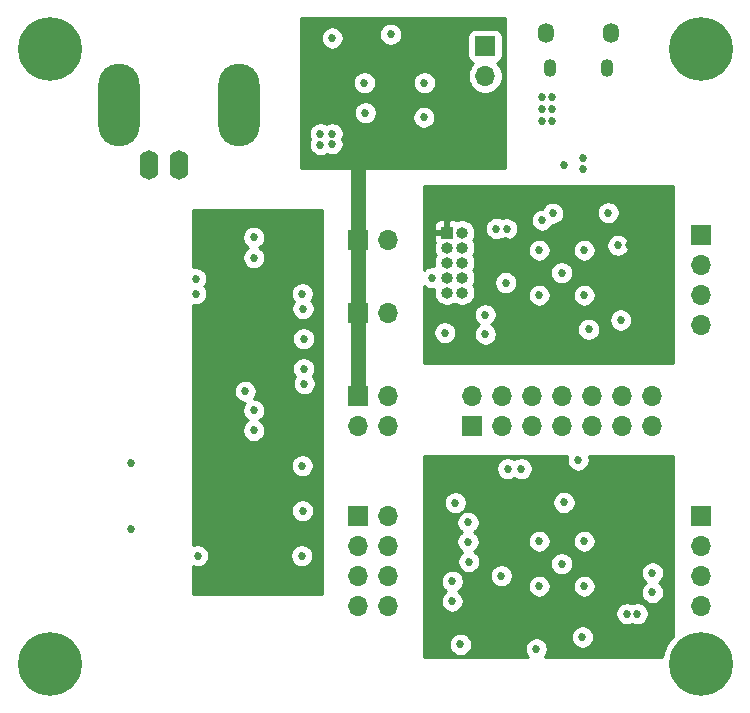
<source format=gbr>
G04 #@! TF.GenerationSoftware,KiCad,Pcbnew,5.1.6*
G04 #@! TF.CreationDate,2020-09-03T22:14:07-05:00*
G04 #@! TF.ProjectId,pcb,7063622e-6b69-4636-9164-5f7063625858,rev?*
G04 #@! TF.SameCoordinates,Original*
G04 #@! TF.FileFunction,Copper,L3,Inr*
G04 #@! TF.FilePolarity,Positive*
%FSLAX46Y46*%
G04 Gerber Fmt 4.6, Leading zero omitted, Abs format (unit mm)*
G04 Created by KiCad (PCBNEW 5.1.6) date 2020-09-03 22:14:07*
%MOMM*%
%LPD*%
G01*
G04 APERTURE LIST*
G04 #@! TA.AperFunction,ViaPad*
%ADD10O,1.350000X1.700000*%
G04 #@! TD*
G04 #@! TA.AperFunction,ViaPad*
%ADD11O,1.100000X1.500000*%
G04 #@! TD*
G04 #@! TA.AperFunction,ViaPad*
%ADD12O,1.700000X1.700000*%
G04 #@! TD*
G04 #@! TA.AperFunction,ViaPad*
%ADD13R,1.700000X1.700000*%
G04 #@! TD*
G04 #@! TA.AperFunction,ViaPad*
%ADD14O,1.000000X1.000000*%
G04 #@! TD*
G04 #@! TA.AperFunction,ViaPad*
%ADD15R,1.000000X1.000000*%
G04 #@! TD*
G04 #@! TA.AperFunction,ViaPad*
%ADD16C,5.400000*%
G04 #@! TD*
G04 #@! TA.AperFunction,ViaPad*
%ADD17O,1.600000X2.500000*%
G04 #@! TD*
G04 #@! TA.AperFunction,ViaPad*
%ADD18O,3.500000X7.000000*%
G04 #@! TD*
G04 #@! TA.AperFunction,ViaPad*
%ADD19C,0.685800*%
G04 #@! TD*
G04 #@! TA.AperFunction,Conductor*
%ADD20C,1.270000*%
G04 #@! TD*
G04 #@! TA.AperFunction,Conductor*
%ADD21C,0.254000*%
G04 #@! TD*
G04 APERTURE END LIST*
D10*
X57239000Y-62131000D03*
X62699000Y-62131000D03*
D11*
X57549000Y-65131000D03*
X62389000Y-65131000D03*
D12*
X70332600Y-110617000D03*
X70332600Y-108077000D03*
X70332600Y-105537000D03*
D13*
X70332600Y-102997000D03*
D12*
X70332600Y-86868000D03*
X70332600Y-84328000D03*
X70332600Y-81788000D03*
D13*
X70332600Y-79248000D03*
D12*
X52070000Y-65786000D03*
D13*
X52070000Y-63246000D03*
D12*
X43815000Y-110617000D03*
X41275000Y-110617000D03*
X43815000Y-108077000D03*
X41275000Y-108077000D03*
X43815000Y-105537000D03*
X41275000Y-105537000D03*
X43815000Y-102997000D03*
D13*
X41275000Y-102997000D03*
D12*
X66173200Y-92837000D03*
X66173200Y-95377000D03*
X63633200Y-92837000D03*
X63633200Y-95377000D03*
X61093200Y-92837000D03*
X61093200Y-95377000D03*
X58553200Y-92837000D03*
X58553200Y-95377000D03*
X56013200Y-92837000D03*
X56013200Y-95377000D03*
X53473200Y-92837000D03*
X53473200Y-95377000D03*
X50933200Y-92837000D03*
D13*
X50933200Y-95377000D03*
D12*
X43815000Y-95377000D03*
X41275000Y-95377000D03*
X43815000Y-92837000D03*
D13*
X41275000Y-92837000D03*
D12*
X43815000Y-79629000D03*
D13*
X41275000Y-79629000D03*
D12*
X43815000Y-85852000D03*
D13*
X41275000Y-85852000D03*
D14*
X50114200Y-84112100D03*
X48844200Y-84112100D03*
X50114200Y-82842100D03*
X48844200Y-82842100D03*
X50114200Y-81572100D03*
X48844200Y-81572100D03*
X50114200Y-80302100D03*
X48844200Y-80302100D03*
X50114200Y-79032100D03*
D15*
X48844200Y-79032100D03*
D16*
X15240000Y-115570000D03*
X70332600Y-115570000D03*
X70332600Y-63500000D03*
X15214600Y-63500000D03*
D17*
X23575000Y-73320000D03*
X26115000Y-73320000D03*
D18*
X31195000Y-68240000D03*
X21035000Y-68240000D03*
D19*
X58547000Y-107061000D03*
X56642000Y-108966000D03*
X60452000Y-108966000D03*
X60452000Y-105156000D03*
X56642000Y-105156000D03*
X58547000Y-82423000D03*
X60452000Y-80518000D03*
X60452000Y-84328000D03*
X56642000Y-84328000D03*
X56642000Y-80518000D03*
X57734200Y-67564000D03*
X57734200Y-68580000D03*
X57734200Y-69596000D03*
X46888400Y-69265800D03*
X39115900Y-62560300D03*
X44068900Y-62242800D03*
X49555400Y-101904800D03*
X50622200Y-103555800D03*
X60312200Y-113271400D03*
X66243200Y-107848400D03*
X66243200Y-109499400D03*
X32473900Y-95783400D03*
X32473900Y-94068900D03*
X55130700Y-99021900D03*
X53987700Y-99021900D03*
X50698400Y-106883200D03*
X49301400Y-108559600D03*
X60833000Y-87223600D03*
X63322200Y-80111600D03*
X56870600Y-67564000D03*
X56870600Y-68580000D03*
X56870600Y-69596000D03*
X63550900Y-86436100D03*
X62484100Y-77342900D03*
X53009800Y-78689200D03*
X53898700Y-78714500D03*
X36588700Y-98767900D03*
X36614100Y-102577900D03*
X36537900Y-106387900D03*
X36601400Y-84201000D03*
X36652200Y-85471000D03*
X36703000Y-88011000D03*
X36703000Y-90551000D03*
X36753800Y-91821000D03*
X47574200Y-82854800D03*
X48666300Y-87503100D03*
X60325000Y-72745600D03*
X60325000Y-73660000D03*
X52095400Y-87630000D03*
X52069900Y-85979100D03*
X53817400Y-83266400D03*
X41935400Y-68884800D03*
X32486600Y-81153000D03*
X32473900Y-79438500D03*
X49276000Y-110236000D03*
X49987100Y-113906400D03*
X27724100Y-106387900D03*
X27559000Y-82931000D03*
X27559000Y-84201000D03*
X31750000Y-92456000D03*
X56896000Y-77978000D03*
X46939200Y-66344800D03*
X41859200Y-66344800D03*
X56408246Y-114279754D03*
X44068900Y-70624800D03*
X44068900Y-71513800D03*
X40690900Y-62572800D03*
X66459100Y-100723700D03*
X62420600Y-101904700D03*
X61887200Y-113283900D03*
X53924200Y-100228400D03*
X53924200Y-101244400D03*
X61975900Y-88946431D03*
X53833000Y-79766400D03*
X43053000Y-71526400D03*
X43053000Y-70662800D03*
X64287400Y-80111600D03*
X36728400Y-94068900D03*
X36728400Y-95084900D03*
X52070100Y-84404100D03*
X36512500Y-79438500D03*
X36525200Y-80568800D03*
X30226000Y-79502000D03*
X30988000Y-78740000D03*
X31750000Y-77978000D03*
X50800000Y-88900000D03*
X49784000Y-88900000D03*
X48768000Y-88900000D03*
X47752000Y-88900000D03*
X51816000Y-99568000D03*
X50800000Y-99568000D03*
X49784000Y-99568000D03*
X48768000Y-99568000D03*
X53403500Y-110236000D03*
X49974600Y-112331400D03*
X53848000Y-110998000D03*
X56870600Y-75717400D03*
X56896000Y-76708000D03*
X22098000Y-98552000D03*
X22098000Y-104140000D03*
X50622200Y-105206800D03*
X53441700Y-108076900D03*
X39115900Y-71526400D03*
X39115900Y-70662800D03*
X38125400Y-71577200D03*
X38125400Y-70662800D03*
X64084200Y-111302800D03*
X64947800Y-111302800D03*
X58750200Y-101879400D03*
X59944000Y-98298000D03*
X57808200Y-77396000D03*
X58737500Y-73342500D03*
D20*
X41275000Y-79629000D02*
X41275000Y-85852000D01*
X41275000Y-85852000D02*
X41275000Y-92837000D01*
X41275000Y-73304400D02*
X43053000Y-71526400D01*
X41275000Y-79629000D02*
X41275000Y-73304400D01*
X44056300Y-71526400D02*
X44068900Y-71513800D01*
X43053000Y-71526400D02*
X44056300Y-71526400D01*
X44030900Y-70662800D02*
X44068900Y-70624800D01*
X43053000Y-70662800D02*
X44030900Y-70662800D01*
D21*
G36*
X53721000Y-73533000D02*
G01*
X36449000Y-73533000D01*
X36449000Y-70566485D01*
X37147500Y-70566485D01*
X37147500Y-70759115D01*
X37185080Y-70948043D01*
X37256307Y-71120000D01*
X37185080Y-71291957D01*
X37147500Y-71480885D01*
X37147500Y-71673515D01*
X37185080Y-71862443D01*
X37258796Y-72040410D01*
X37365815Y-72200575D01*
X37502025Y-72336785D01*
X37662190Y-72443804D01*
X37840157Y-72517520D01*
X38029085Y-72555100D01*
X38221715Y-72555100D01*
X38410643Y-72517520D01*
X38588610Y-72443804D01*
X38660065Y-72396059D01*
X38830657Y-72466720D01*
X39019585Y-72504300D01*
X39212215Y-72504300D01*
X39401143Y-72466720D01*
X39579110Y-72393004D01*
X39739275Y-72285985D01*
X39875485Y-72149775D01*
X39982504Y-71989610D01*
X40056220Y-71811643D01*
X40093800Y-71622715D01*
X40093800Y-71430085D01*
X40056220Y-71241157D01*
X39995514Y-71094600D01*
X40056220Y-70948043D01*
X40093800Y-70759115D01*
X40093800Y-70566485D01*
X40056220Y-70377557D01*
X39982504Y-70199590D01*
X39875485Y-70039425D01*
X39739275Y-69903215D01*
X39579110Y-69796196D01*
X39401143Y-69722480D01*
X39212215Y-69684900D01*
X39019585Y-69684900D01*
X38830657Y-69722480D01*
X38652690Y-69796196D01*
X38620650Y-69817604D01*
X38588610Y-69796196D01*
X38410643Y-69722480D01*
X38221715Y-69684900D01*
X38029085Y-69684900D01*
X37840157Y-69722480D01*
X37662190Y-69796196D01*
X37502025Y-69903215D01*
X37365815Y-70039425D01*
X37258796Y-70199590D01*
X37185080Y-70377557D01*
X37147500Y-70566485D01*
X36449000Y-70566485D01*
X36449000Y-68788485D01*
X40957500Y-68788485D01*
X40957500Y-68981115D01*
X40995080Y-69170043D01*
X41068796Y-69348010D01*
X41175815Y-69508175D01*
X41312025Y-69644385D01*
X41472190Y-69751404D01*
X41650157Y-69825120D01*
X41839085Y-69862700D01*
X42031715Y-69862700D01*
X42220643Y-69825120D01*
X42398610Y-69751404D01*
X42558775Y-69644385D01*
X42694985Y-69508175D01*
X42802004Y-69348010D01*
X42875720Y-69170043D01*
X42875830Y-69169485D01*
X45910500Y-69169485D01*
X45910500Y-69362115D01*
X45948080Y-69551043D01*
X46021796Y-69729010D01*
X46128815Y-69889175D01*
X46265025Y-70025385D01*
X46425190Y-70132404D01*
X46603157Y-70206120D01*
X46792085Y-70243700D01*
X46984715Y-70243700D01*
X47173643Y-70206120D01*
X47351610Y-70132404D01*
X47511775Y-70025385D01*
X47647985Y-69889175D01*
X47755004Y-69729010D01*
X47828720Y-69551043D01*
X47866300Y-69362115D01*
X47866300Y-69169485D01*
X47828720Y-68980557D01*
X47755004Y-68802590D01*
X47647985Y-68642425D01*
X47511775Y-68506215D01*
X47351610Y-68399196D01*
X47173643Y-68325480D01*
X46984715Y-68287900D01*
X46792085Y-68287900D01*
X46603157Y-68325480D01*
X46425190Y-68399196D01*
X46265025Y-68506215D01*
X46128815Y-68642425D01*
X46021796Y-68802590D01*
X45948080Y-68980557D01*
X45910500Y-69169485D01*
X42875830Y-69169485D01*
X42913300Y-68981115D01*
X42913300Y-68788485D01*
X42875720Y-68599557D01*
X42802004Y-68421590D01*
X42694985Y-68261425D01*
X42558775Y-68125215D01*
X42398610Y-68018196D01*
X42220643Y-67944480D01*
X42031715Y-67906900D01*
X41839085Y-67906900D01*
X41650157Y-67944480D01*
X41472190Y-68018196D01*
X41312025Y-68125215D01*
X41175815Y-68261425D01*
X41068796Y-68421590D01*
X40995080Y-68599557D01*
X40957500Y-68788485D01*
X36449000Y-68788485D01*
X36449000Y-66248485D01*
X40881300Y-66248485D01*
X40881300Y-66441115D01*
X40918880Y-66630043D01*
X40992596Y-66808010D01*
X41099615Y-66968175D01*
X41235825Y-67104385D01*
X41395990Y-67211404D01*
X41573957Y-67285120D01*
X41762885Y-67322700D01*
X41955515Y-67322700D01*
X42144443Y-67285120D01*
X42322410Y-67211404D01*
X42482575Y-67104385D01*
X42618785Y-66968175D01*
X42725804Y-66808010D01*
X42799520Y-66630043D01*
X42837100Y-66441115D01*
X42837100Y-66248485D01*
X45961300Y-66248485D01*
X45961300Y-66441115D01*
X45998880Y-66630043D01*
X46072596Y-66808010D01*
X46179615Y-66968175D01*
X46315825Y-67104385D01*
X46475990Y-67211404D01*
X46653957Y-67285120D01*
X46842885Y-67322700D01*
X47035515Y-67322700D01*
X47224443Y-67285120D01*
X47402410Y-67211404D01*
X47562575Y-67104385D01*
X47698785Y-66968175D01*
X47805804Y-66808010D01*
X47879520Y-66630043D01*
X47917100Y-66441115D01*
X47917100Y-66248485D01*
X47879520Y-66059557D01*
X47805804Y-65881590D01*
X47698785Y-65721425D01*
X47562575Y-65585215D01*
X47402410Y-65478196D01*
X47224443Y-65404480D01*
X47035515Y-65366900D01*
X46842885Y-65366900D01*
X46653957Y-65404480D01*
X46475990Y-65478196D01*
X46315825Y-65585215D01*
X46179615Y-65721425D01*
X46072596Y-65881590D01*
X45998880Y-66059557D01*
X45961300Y-66248485D01*
X42837100Y-66248485D01*
X42799520Y-66059557D01*
X42725804Y-65881590D01*
X42618785Y-65721425D01*
X42482575Y-65585215D01*
X42322410Y-65478196D01*
X42144443Y-65404480D01*
X41955515Y-65366900D01*
X41762885Y-65366900D01*
X41573957Y-65404480D01*
X41395990Y-65478196D01*
X41235825Y-65585215D01*
X41099615Y-65721425D01*
X40992596Y-65881590D01*
X40918880Y-66059557D01*
X40881300Y-66248485D01*
X36449000Y-66248485D01*
X36449000Y-62463985D01*
X38138000Y-62463985D01*
X38138000Y-62656615D01*
X38175580Y-62845543D01*
X38249296Y-63023510D01*
X38356315Y-63183675D01*
X38492525Y-63319885D01*
X38652690Y-63426904D01*
X38830657Y-63500620D01*
X39019585Y-63538200D01*
X39212215Y-63538200D01*
X39401143Y-63500620D01*
X39579110Y-63426904D01*
X39739275Y-63319885D01*
X39875485Y-63183675D01*
X39982504Y-63023510D01*
X40056220Y-62845543D01*
X40093800Y-62656615D01*
X40093800Y-62463985D01*
X40056220Y-62275057D01*
X40002964Y-62146485D01*
X43091000Y-62146485D01*
X43091000Y-62339115D01*
X43128580Y-62528043D01*
X43202296Y-62706010D01*
X43309315Y-62866175D01*
X43445525Y-63002385D01*
X43605690Y-63109404D01*
X43783657Y-63183120D01*
X43972585Y-63220700D01*
X44165215Y-63220700D01*
X44354143Y-63183120D01*
X44532110Y-63109404D01*
X44692275Y-63002385D01*
X44828485Y-62866175D01*
X44935504Y-62706010D01*
X45009220Y-62528043D01*
X45035484Y-62396000D01*
X50581928Y-62396000D01*
X50581928Y-64096000D01*
X50594188Y-64220482D01*
X50630498Y-64340180D01*
X50689463Y-64450494D01*
X50768815Y-64547185D01*
X50865506Y-64626537D01*
X50975820Y-64685502D01*
X51048380Y-64707513D01*
X50916525Y-64839368D01*
X50754010Y-65082589D01*
X50642068Y-65352842D01*
X50585000Y-65639740D01*
X50585000Y-65932260D01*
X50642068Y-66219158D01*
X50754010Y-66489411D01*
X50916525Y-66732632D01*
X51123368Y-66939475D01*
X51366589Y-67101990D01*
X51636842Y-67213932D01*
X51923740Y-67271000D01*
X52216260Y-67271000D01*
X52503158Y-67213932D01*
X52773411Y-67101990D01*
X53016632Y-66939475D01*
X53223475Y-66732632D01*
X53385990Y-66489411D01*
X53497932Y-66219158D01*
X53555000Y-65932260D01*
X53555000Y-65639740D01*
X53497932Y-65352842D01*
X53385990Y-65082589D01*
X53223475Y-64839368D01*
X53091620Y-64707513D01*
X53164180Y-64685502D01*
X53274494Y-64626537D01*
X53371185Y-64547185D01*
X53450537Y-64450494D01*
X53509502Y-64340180D01*
X53545812Y-64220482D01*
X53558072Y-64096000D01*
X53558072Y-62396000D01*
X53545812Y-62271518D01*
X53509502Y-62151820D01*
X53450537Y-62041506D01*
X53371185Y-61944815D01*
X53274494Y-61865463D01*
X53164180Y-61806498D01*
X53044482Y-61770188D01*
X52920000Y-61757928D01*
X51220000Y-61757928D01*
X51095518Y-61770188D01*
X50975820Y-61806498D01*
X50865506Y-61865463D01*
X50768815Y-61944815D01*
X50689463Y-62041506D01*
X50630498Y-62151820D01*
X50594188Y-62271518D01*
X50581928Y-62396000D01*
X45035484Y-62396000D01*
X45046800Y-62339115D01*
X45046800Y-62146485D01*
X45009220Y-61957557D01*
X44935504Y-61779590D01*
X44828485Y-61619425D01*
X44692275Y-61483215D01*
X44532110Y-61376196D01*
X44354143Y-61302480D01*
X44165215Y-61264900D01*
X43972585Y-61264900D01*
X43783657Y-61302480D01*
X43605690Y-61376196D01*
X43445525Y-61483215D01*
X43309315Y-61619425D01*
X43202296Y-61779590D01*
X43128580Y-61957557D01*
X43091000Y-62146485D01*
X40002964Y-62146485D01*
X39982504Y-62097090D01*
X39875485Y-61936925D01*
X39739275Y-61800715D01*
X39579110Y-61693696D01*
X39401143Y-61619980D01*
X39212215Y-61582400D01*
X39019585Y-61582400D01*
X38830657Y-61619980D01*
X38652690Y-61693696D01*
X38492525Y-61800715D01*
X38356315Y-61936925D01*
X38249296Y-62097090D01*
X38175580Y-62275057D01*
X38138000Y-62463985D01*
X36449000Y-62463985D01*
X36449000Y-60883000D01*
X53721000Y-60883000D01*
X53721000Y-73533000D01*
G37*
X53721000Y-73533000D02*
X36449000Y-73533000D01*
X36449000Y-70566485D01*
X37147500Y-70566485D01*
X37147500Y-70759115D01*
X37185080Y-70948043D01*
X37256307Y-71120000D01*
X37185080Y-71291957D01*
X37147500Y-71480885D01*
X37147500Y-71673515D01*
X37185080Y-71862443D01*
X37258796Y-72040410D01*
X37365815Y-72200575D01*
X37502025Y-72336785D01*
X37662190Y-72443804D01*
X37840157Y-72517520D01*
X38029085Y-72555100D01*
X38221715Y-72555100D01*
X38410643Y-72517520D01*
X38588610Y-72443804D01*
X38660065Y-72396059D01*
X38830657Y-72466720D01*
X39019585Y-72504300D01*
X39212215Y-72504300D01*
X39401143Y-72466720D01*
X39579110Y-72393004D01*
X39739275Y-72285985D01*
X39875485Y-72149775D01*
X39982504Y-71989610D01*
X40056220Y-71811643D01*
X40093800Y-71622715D01*
X40093800Y-71430085D01*
X40056220Y-71241157D01*
X39995514Y-71094600D01*
X40056220Y-70948043D01*
X40093800Y-70759115D01*
X40093800Y-70566485D01*
X40056220Y-70377557D01*
X39982504Y-70199590D01*
X39875485Y-70039425D01*
X39739275Y-69903215D01*
X39579110Y-69796196D01*
X39401143Y-69722480D01*
X39212215Y-69684900D01*
X39019585Y-69684900D01*
X38830657Y-69722480D01*
X38652690Y-69796196D01*
X38620650Y-69817604D01*
X38588610Y-69796196D01*
X38410643Y-69722480D01*
X38221715Y-69684900D01*
X38029085Y-69684900D01*
X37840157Y-69722480D01*
X37662190Y-69796196D01*
X37502025Y-69903215D01*
X37365815Y-70039425D01*
X37258796Y-70199590D01*
X37185080Y-70377557D01*
X37147500Y-70566485D01*
X36449000Y-70566485D01*
X36449000Y-68788485D01*
X40957500Y-68788485D01*
X40957500Y-68981115D01*
X40995080Y-69170043D01*
X41068796Y-69348010D01*
X41175815Y-69508175D01*
X41312025Y-69644385D01*
X41472190Y-69751404D01*
X41650157Y-69825120D01*
X41839085Y-69862700D01*
X42031715Y-69862700D01*
X42220643Y-69825120D01*
X42398610Y-69751404D01*
X42558775Y-69644385D01*
X42694985Y-69508175D01*
X42802004Y-69348010D01*
X42875720Y-69170043D01*
X42875830Y-69169485D01*
X45910500Y-69169485D01*
X45910500Y-69362115D01*
X45948080Y-69551043D01*
X46021796Y-69729010D01*
X46128815Y-69889175D01*
X46265025Y-70025385D01*
X46425190Y-70132404D01*
X46603157Y-70206120D01*
X46792085Y-70243700D01*
X46984715Y-70243700D01*
X47173643Y-70206120D01*
X47351610Y-70132404D01*
X47511775Y-70025385D01*
X47647985Y-69889175D01*
X47755004Y-69729010D01*
X47828720Y-69551043D01*
X47866300Y-69362115D01*
X47866300Y-69169485D01*
X47828720Y-68980557D01*
X47755004Y-68802590D01*
X47647985Y-68642425D01*
X47511775Y-68506215D01*
X47351610Y-68399196D01*
X47173643Y-68325480D01*
X46984715Y-68287900D01*
X46792085Y-68287900D01*
X46603157Y-68325480D01*
X46425190Y-68399196D01*
X46265025Y-68506215D01*
X46128815Y-68642425D01*
X46021796Y-68802590D01*
X45948080Y-68980557D01*
X45910500Y-69169485D01*
X42875830Y-69169485D01*
X42913300Y-68981115D01*
X42913300Y-68788485D01*
X42875720Y-68599557D01*
X42802004Y-68421590D01*
X42694985Y-68261425D01*
X42558775Y-68125215D01*
X42398610Y-68018196D01*
X42220643Y-67944480D01*
X42031715Y-67906900D01*
X41839085Y-67906900D01*
X41650157Y-67944480D01*
X41472190Y-68018196D01*
X41312025Y-68125215D01*
X41175815Y-68261425D01*
X41068796Y-68421590D01*
X40995080Y-68599557D01*
X40957500Y-68788485D01*
X36449000Y-68788485D01*
X36449000Y-66248485D01*
X40881300Y-66248485D01*
X40881300Y-66441115D01*
X40918880Y-66630043D01*
X40992596Y-66808010D01*
X41099615Y-66968175D01*
X41235825Y-67104385D01*
X41395990Y-67211404D01*
X41573957Y-67285120D01*
X41762885Y-67322700D01*
X41955515Y-67322700D01*
X42144443Y-67285120D01*
X42322410Y-67211404D01*
X42482575Y-67104385D01*
X42618785Y-66968175D01*
X42725804Y-66808010D01*
X42799520Y-66630043D01*
X42837100Y-66441115D01*
X42837100Y-66248485D01*
X45961300Y-66248485D01*
X45961300Y-66441115D01*
X45998880Y-66630043D01*
X46072596Y-66808010D01*
X46179615Y-66968175D01*
X46315825Y-67104385D01*
X46475990Y-67211404D01*
X46653957Y-67285120D01*
X46842885Y-67322700D01*
X47035515Y-67322700D01*
X47224443Y-67285120D01*
X47402410Y-67211404D01*
X47562575Y-67104385D01*
X47698785Y-66968175D01*
X47805804Y-66808010D01*
X47879520Y-66630043D01*
X47917100Y-66441115D01*
X47917100Y-66248485D01*
X47879520Y-66059557D01*
X47805804Y-65881590D01*
X47698785Y-65721425D01*
X47562575Y-65585215D01*
X47402410Y-65478196D01*
X47224443Y-65404480D01*
X47035515Y-65366900D01*
X46842885Y-65366900D01*
X46653957Y-65404480D01*
X46475990Y-65478196D01*
X46315825Y-65585215D01*
X46179615Y-65721425D01*
X46072596Y-65881590D01*
X45998880Y-66059557D01*
X45961300Y-66248485D01*
X42837100Y-66248485D01*
X42799520Y-66059557D01*
X42725804Y-65881590D01*
X42618785Y-65721425D01*
X42482575Y-65585215D01*
X42322410Y-65478196D01*
X42144443Y-65404480D01*
X41955515Y-65366900D01*
X41762885Y-65366900D01*
X41573957Y-65404480D01*
X41395990Y-65478196D01*
X41235825Y-65585215D01*
X41099615Y-65721425D01*
X40992596Y-65881590D01*
X40918880Y-66059557D01*
X40881300Y-66248485D01*
X36449000Y-66248485D01*
X36449000Y-62463985D01*
X38138000Y-62463985D01*
X38138000Y-62656615D01*
X38175580Y-62845543D01*
X38249296Y-63023510D01*
X38356315Y-63183675D01*
X38492525Y-63319885D01*
X38652690Y-63426904D01*
X38830657Y-63500620D01*
X39019585Y-63538200D01*
X39212215Y-63538200D01*
X39401143Y-63500620D01*
X39579110Y-63426904D01*
X39739275Y-63319885D01*
X39875485Y-63183675D01*
X39982504Y-63023510D01*
X40056220Y-62845543D01*
X40093800Y-62656615D01*
X40093800Y-62463985D01*
X40056220Y-62275057D01*
X40002964Y-62146485D01*
X43091000Y-62146485D01*
X43091000Y-62339115D01*
X43128580Y-62528043D01*
X43202296Y-62706010D01*
X43309315Y-62866175D01*
X43445525Y-63002385D01*
X43605690Y-63109404D01*
X43783657Y-63183120D01*
X43972585Y-63220700D01*
X44165215Y-63220700D01*
X44354143Y-63183120D01*
X44532110Y-63109404D01*
X44692275Y-63002385D01*
X44828485Y-62866175D01*
X44935504Y-62706010D01*
X45009220Y-62528043D01*
X45035484Y-62396000D01*
X50581928Y-62396000D01*
X50581928Y-64096000D01*
X50594188Y-64220482D01*
X50630498Y-64340180D01*
X50689463Y-64450494D01*
X50768815Y-64547185D01*
X50865506Y-64626537D01*
X50975820Y-64685502D01*
X51048380Y-64707513D01*
X50916525Y-64839368D01*
X50754010Y-65082589D01*
X50642068Y-65352842D01*
X50585000Y-65639740D01*
X50585000Y-65932260D01*
X50642068Y-66219158D01*
X50754010Y-66489411D01*
X50916525Y-66732632D01*
X51123368Y-66939475D01*
X51366589Y-67101990D01*
X51636842Y-67213932D01*
X51923740Y-67271000D01*
X52216260Y-67271000D01*
X52503158Y-67213932D01*
X52773411Y-67101990D01*
X53016632Y-66939475D01*
X53223475Y-66732632D01*
X53385990Y-66489411D01*
X53497932Y-66219158D01*
X53555000Y-65932260D01*
X53555000Y-65639740D01*
X53497932Y-65352842D01*
X53385990Y-65082589D01*
X53223475Y-64839368D01*
X53091620Y-64707513D01*
X53164180Y-64685502D01*
X53274494Y-64626537D01*
X53371185Y-64547185D01*
X53450537Y-64450494D01*
X53509502Y-64340180D01*
X53545812Y-64220482D01*
X53558072Y-64096000D01*
X53558072Y-62396000D01*
X53545812Y-62271518D01*
X53509502Y-62151820D01*
X53450537Y-62041506D01*
X53371185Y-61944815D01*
X53274494Y-61865463D01*
X53164180Y-61806498D01*
X53044482Y-61770188D01*
X52920000Y-61757928D01*
X51220000Y-61757928D01*
X51095518Y-61770188D01*
X50975820Y-61806498D01*
X50865506Y-61865463D01*
X50768815Y-61944815D01*
X50689463Y-62041506D01*
X50630498Y-62151820D01*
X50594188Y-62271518D01*
X50581928Y-62396000D01*
X45035484Y-62396000D01*
X45046800Y-62339115D01*
X45046800Y-62146485D01*
X45009220Y-61957557D01*
X44935504Y-61779590D01*
X44828485Y-61619425D01*
X44692275Y-61483215D01*
X44532110Y-61376196D01*
X44354143Y-61302480D01*
X44165215Y-61264900D01*
X43972585Y-61264900D01*
X43783657Y-61302480D01*
X43605690Y-61376196D01*
X43445525Y-61483215D01*
X43309315Y-61619425D01*
X43202296Y-61779590D01*
X43128580Y-61957557D01*
X43091000Y-62146485D01*
X40002964Y-62146485D01*
X39982504Y-62097090D01*
X39875485Y-61936925D01*
X39739275Y-61800715D01*
X39579110Y-61693696D01*
X39401143Y-61619980D01*
X39212215Y-61582400D01*
X39019585Y-61582400D01*
X38830657Y-61619980D01*
X38652690Y-61693696D01*
X38492525Y-61800715D01*
X38356315Y-61936925D01*
X38249296Y-62097090D01*
X38175580Y-62275057D01*
X38138000Y-62463985D01*
X36449000Y-62463985D01*
X36449000Y-60883000D01*
X53721000Y-60883000D01*
X53721000Y-73533000D01*
G36*
X38227000Y-109601000D02*
G01*
X27305000Y-109601000D01*
X27305000Y-107272775D01*
X27438857Y-107328220D01*
X27627785Y-107365800D01*
X27820415Y-107365800D01*
X28009343Y-107328220D01*
X28187310Y-107254504D01*
X28347475Y-107147485D01*
X28483685Y-107011275D01*
X28590704Y-106851110D01*
X28664420Y-106673143D01*
X28702000Y-106484215D01*
X28702000Y-106291585D01*
X35560000Y-106291585D01*
X35560000Y-106484215D01*
X35597580Y-106673143D01*
X35671296Y-106851110D01*
X35778315Y-107011275D01*
X35914525Y-107147485D01*
X36074690Y-107254504D01*
X36252657Y-107328220D01*
X36441585Y-107365800D01*
X36634215Y-107365800D01*
X36823143Y-107328220D01*
X37001110Y-107254504D01*
X37161275Y-107147485D01*
X37297485Y-107011275D01*
X37404504Y-106851110D01*
X37478220Y-106673143D01*
X37515800Y-106484215D01*
X37515800Y-106291585D01*
X37478220Y-106102657D01*
X37404504Y-105924690D01*
X37297485Y-105764525D01*
X37161275Y-105628315D01*
X37001110Y-105521296D01*
X36823143Y-105447580D01*
X36634215Y-105410000D01*
X36441585Y-105410000D01*
X36252657Y-105447580D01*
X36074690Y-105521296D01*
X35914525Y-105628315D01*
X35778315Y-105764525D01*
X35671296Y-105924690D01*
X35597580Y-106102657D01*
X35560000Y-106291585D01*
X28702000Y-106291585D01*
X28664420Y-106102657D01*
X28590704Y-105924690D01*
X28483685Y-105764525D01*
X28347475Y-105628315D01*
X28187310Y-105521296D01*
X28009343Y-105447580D01*
X27820415Y-105410000D01*
X27627785Y-105410000D01*
X27438857Y-105447580D01*
X27305000Y-105503025D01*
X27305000Y-102481585D01*
X35636200Y-102481585D01*
X35636200Y-102674215D01*
X35673780Y-102863143D01*
X35747496Y-103041110D01*
X35854515Y-103201275D01*
X35990725Y-103337485D01*
X36150890Y-103444504D01*
X36328857Y-103518220D01*
X36517785Y-103555800D01*
X36710415Y-103555800D01*
X36899343Y-103518220D01*
X37077310Y-103444504D01*
X37237475Y-103337485D01*
X37373685Y-103201275D01*
X37480704Y-103041110D01*
X37554420Y-102863143D01*
X37592000Y-102674215D01*
X37592000Y-102481585D01*
X37554420Y-102292657D01*
X37480704Y-102114690D01*
X37373685Y-101954525D01*
X37237475Y-101818315D01*
X37077310Y-101711296D01*
X36899343Y-101637580D01*
X36710415Y-101600000D01*
X36517785Y-101600000D01*
X36328857Y-101637580D01*
X36150890Y-101711296D01*
X35990725Y-101818315D01*
X35854515Y-101954525D01*
X35747496Y-102114690D01*
X35673780Y-102292657D01*
X35636200Y-102481585D01*
X27305000Y-102481585D01*
X27305000Y-98671585D01*
X35610800Y-98671585D01*
X35610800Y-98864215D01*
X35648380Y-99053143D01*
X35722096Y-99231110D01*
X35829115Y-99391275D01*
X35965325Y-99527485D01*
X36125490Y-99634504D01*
X36303457Y-99708220D01*
X36492385Y-99745800D01*
X36685015Y-99745800D01*
X36873943Y-99708220D01*
X37051910Y-99634504D01*
X37212075Y-99527485D01*
X37348285Y-99391275D01*
X37455304Y-99231110D01*
X37529020Y-99053143D01*
X37566600Y-98864215D01*
X37566600Y-98671585D01*
X37529020Y-98482657D01*
X37455304Y-98304690D01*
X37348285Y-98144525D01*
X37212075Y-98008315D01*
X37051910Y-97901296D01*
X36873943Y-97827580D01*
X36685015Y-97790000D01*
X36492385Y-97790000D01*
X36303457Y-97827580D01*
X36125490Y-97901296D01*
X35965325Y-98008315D01*
X35829115Y-98144525D01*
X35722096Y-98304690D01*
X35648380Y-98482657D01*
X35610800Y-98671585D01*
X27305000Y-98671585D01*
X27305000Y-92359685D01*
X30772100Y-92359685D01*
X30772100Y-92552315D01*
X30809680Y-92741243D01*
X30883396Y-92919210D01*
X30990415Y-93079375D01*
X31126625Y-93215585D01*
X31286790Y-93322604D01*
X31464757Y-93396320D01*
X31653685Y-93433900D01*
X31725940Y-93433900D01*
X31714315Y-93445525D01*
X31607296Y-93605690D01*
X31533580Y-93783657D01*
X31496000Y-93972585D01*
X31496000Y-94165215D01*
X31533580Y-94354143D01*
X31607296Y-94532110D01*
X31714315Y-94692275D01*
X31850525Y-94828485D01*
X31996691Y-94926150D01*
X31850525Y-95023815D01*
X31714315Y-95160025D01*
X31607296Y-95320190D01*
X31533580Y-95498157D01*
X31496000Y-95687085D01*
X31496000Y-95879715D01*
X31533580Y-96068643D01*
X31607296Y-96246610D01*
X31714315Y-96406775D01*
X31850525Y-96542985D01*
X32010690Y-96650004D01*
X32188657Y-96723720D01*
X32377585Y-96761300D01*
X32570215Y-96761300D01*
X32759143Y-96723720D01*
X32937110Y-96650004D01*
X33097275Y-96542985D01*
X33233485Y-96406775D01*
X33340504Y-96246610D01*
X33414220Y-96068643D01*
X33451800Y-95879715D01*
X33451800Y-95687085D01*
X33414220Y-95498157D01*
X33340504Y-95320190D01*
X33233485Y-95160025D01*
X33097275Y-95023815D01*
X32951109Y-94926150D01*
X33097275Y-94828485D01*
X33233485Y-94692275D01*
X33340504Y-94532110D01*
X33414220Y-94354143D01*
X33451800Y-94165215D01*
X33451800Y-93972585D01*
X33414220Y-93783657D01*
X33340504Y-93605690D01*
X33233485Y-93445525D01*
X33097275Y-93309315D01*
X32937110Y-93202296D01*
X32759143Y-93128580D01*
X32570215Y-93091000D01*
X32497960Y-93091000D01*
X32509585Y-93079375D01*
X32616604Y-92919210D01*
X32690320Y-92741243D01*
X32727900Y-92552315D01*
X32727900Y-92359685D01*
X32690320Y-92170757D01*
X32616604Y-91992790D01*
X32509585Y-91832625D01*
X32373375Y-91696415D01*
X32213210Y-91589396D01*
X32035243Y-91515680D01*
X31846315Y-91478100D01*
X31653685Y-91478100D01*
X31464757Y-91515680D01*
X31286790Y-91589396D01*
X31126625Y-91696415D01*
X30990415Y-91832625D01*
X30883396Y-91992790D01*
X30809680Y-92170757D01*
X30772100Y-92359685D01*
X27305000Y-92359685D01*
X27305000Y-90454685D01*
X35725100Y-90454685D01*
X35725100Y-90647315D01*
X35762680Y-90836243D01*
X35836396Y-91014210D01*
X35943415Y-91174375D01*
X35983180Y-91214140D01*
X35887196Y-91357790D01*
X35813480Y-91535757D01*
X35775900Y-91724685D01*
X35775900Y-91917315D01*
X35813480Y-92106243D01*
X35887196Y-92284210D01*
X35994215Y-92444375D01*
X36130425Y-92580585D01*
X36290590Y-92687604D01*
X36468557Y-92761320D01*
X36657485Y-92798900D01*
X36850115Y-92798900D01*
X37039043Y-92761320D01*
X37217010Y-92687604D01*
X37377175Y-92580585D01*
X37513385Y-92444375D01*
X37620404Y-92284210D01*
X37694120Y-92106243D01*
X37731700Y-91917315D01*
X37731700Y-91724685D01*
X37694120Y-91535757D01*
X37620404Y-91357790D01*
X37513385Y-91197625D01*
X37473620Y-91157860D01*
X37569604Y-91014210D01*
X37643320Y-90836243D01*
X37680900Y-90647315D01*
X37680900Y-90454685D01*
X37643320Y-90265757D01*
X37569604Y-90087790D01*
X37462585Y-89927625D01*
X37326375Y-89791415D01*
X37166210Y-89684396D01*
X36988243Y-89610680D01*
X36799315Y-89573100D01*
X36606685Y-89573100D01*
X36417757Y-89610680D01*
X36239790Y-89684396D01*
X36079625Y-89791415D01*
X35943415Y-89927625D01*
X35836396Y-90087790D01*
X35762680Y-90265757D01*
X35725100Y-90454685D01*
X27305000Y-90454685D01*
X27305000Y-87914685D01*
X35725100Y-87914685D01*
X35725100Y-88107315D01*
X35762680Y-88296243D01*
X35836396Y-88474210D01*
X35943415Y-88634375D01*
X36079625Y-88770585D01*
X36239790Y-88877604D01*
X36417757Y-88951320D01*
X36606685Y-88988900D01*
X36799315Y-88988900D01*
X36988243Y-88951320D01*
X37166210Y-88877604D01*
X37326375Y-88770585D01*
X37462585Y-88634375D01*
X37569604Y-88474210D01*
X37643320Y-88296243D01*
X37680900Y-88107315D01*
X37680900Y-87914685D01*
X37643320Y-87725757D01*
X37569604Y-87547790D01*
X37462585Y-87387625D01*
X37326375Y-87251415D01*
X37166210Y-87144396D01*
X36988243Y-87070680D01*
X36799315Y-87033100D01*
X36606685Y-87033100D01*
X36417757Y-87070680D01*
X36239790Y-87144396D01*
X36079625Y-87251415D01*
X35943415Y-87387625D01*
X35836396Y-87547790D01*
X35762680Y-87725757D01*
X35725100Y-87914685D01*
X27305000Y-87914685D01*
X27305000Y-85147535D01*
X27462685Y-85178900D01*
X27655315Y-85178900D01*
X27844243Y-85141320D01*
X28022210Y-85067604D01*
X28182375Y-84960585D01*
X28318585Y-84824375D01*
X28425604Y-84664210D01*
X28499320Y-84486243D01*
X28536900Y-84297315D01*
X28536900Y-84104685D01*
X35623500Y-84104685D01*
X35623500Y-84297315D01*
X35661080Y-84486243D01*
X35734796Y-84664210D01*
X35841815Y-84824375D01*
X35881580Y-84864140D01*
X35785596Y-85007790D01*
X35711880Y-85185757D01*
X35674300Y-85374685D01*
X35674300Y-85567315D01*
X35711880Y-85756243D01*
X35785596Y-85934210D01*
X35892615Y-86094375D01*
X36028825Y-86230585D01*
X36188990Y-86337604D01*
X36366957Y-86411320D01*
X36555885Y-86448900D01*
X36748515Y-86448900D01*
X36937443Y-86411320D01*
X37115410Y-86337604D01*
X37275575Y-86230585D01*
X37411785Y-86094375D01*
X37518804Y-85934210D01*
X37592520Y-85756243D01*
X37630100Y-85567315D01*
X37630100Y-85374685D01*
X37592520Y-85185757D01*
X37518804Y-85007790D01*
X37411785Y-84847625D01*
X37372020Y-84807860D01*
X37468004Y-84664210D01*
X37541720Y-84486243D01*
X37579300Y-84297315D01*
X37579300Y-84104685D01*
X37541720Y-83915757D01*
X37468004Y-83737790D01*
X37360985Y-83577625D01*
X37224775Y-83441415D01*
X37064610Y-83334396D01*
X36886643Y-83260680D01*
X36697715Y-83223100D01*
X36505085Y-83223100D01*
X36316157Y-83260680D01*
X36138190Y-83334396D01*
X35978025Y-83441415D01*
X35841815Y-83577625D01*
X35734796Y-83737790D01*
X35661080Y-83915757D01*
X35623500Y-84104685D01*
X28536900Y-84104685D01*
X28499320Y-83915757D01*
X28425604Y-83737790D01*
X28318585Y-83577625D01*
X28306960Y-83566000D01*
X28318585Y-83554375D01*
X28425604Y-83394210D01*
X28499320Y-83216243D01*
X28536900Y-83027315D01*
X28536900Y-82834685D01*
X28499320Y-82645757D01*
X28425604Y-82467790D01*
X28318585Y-82307625D01*
X28182375Y-82171415D01*
X28022210Y-82064396D01*
X27844243Y-81990680D01*
X27655315Y-81953100D01*
X27462685Y-81953100D01*
X27305000Y-81984465D01*
X27305000Y-79342185D01*
X31496000Y-79342185D01*
X31496000Y-79534815D01*
X31533580Y-79723743D01*
X31607296Y-79901710D01*
X31714315Y-80061875D01*
X31850525Y-80198085D01*
X32003041Y-80299993D01*
X31863225Y-80393415D01*
X31727015Y-80529625D01*
X31619996Y-80689790D01*
X31546280Y-80867757D01*
X31508700Y-81056685D01*
X31508700Y-81249315D01*
X31546280Y-81438243D01*
X31619996Y-81616210D01*
X31727015Y-81776375D01*
X31863225Y-81912585D01*
X32023390Y-82019604D01*
X32201357Y-82093320D01*
X32390285Y-82130900D01*
X32582915Y-82130900D01*
X32771843Y-82093320D01*
X32949810Y-82019604D01*
X33109975Y-81912585D01*
X33246185Y-81776375D01*
X33353204Y-81616210D01*
X33426920Y-81438243D01*
X33464500Y-81249315D01*
X33464500Y-81056685D01*
X33426920Y-80867757D01*
X33353204Y-80689790D01*
X33246185Y-80529625D01*
X33109975Y-80393415D01*
X32957459Y-80291507D01*
X33097275Y-80198085D01*
X33233485Y-80061875D01*
X33340504Y-79901710D01*
X33414220Y-79723743D01*
X33451800Y-79534815D01*
X33451800Y-79342185D01*
X33414220Y-79153257D01*
X33340504Y-78975290D01*
X33233485Y-78815125D01*
X33097275Y-78678915D01*
X32937110Y-78571896D01*
X32759143Y-78498180D01*
X32570215Y-78460600D01*
X32377585Y-78460600D01*
X32188657Y-78498180D01*
X32010690Y-78571896D01*
X31850525Y-78678915D01*
X31714315Y-78815125D01*
X31607296Y-78975290D01*
X31533580Y-79153257D01*
X31496000Y-79342185D01*
X27305000Y-79342185D01*
X27305000Y-77089000D01*
X38227000Y-77089000D01*
X38227000Y-109601000D01*
G37*
X38227000Y-109601000D02*
X27305000Y-109601000D01*
X27305000Y-107272775D01*
X27438857Y-107328220D01*
X27627785Y-107365800D01*
X27820415Y-107365800D01*
X28009343Y-107328220D01*
X28187310Y-107254504D01*
X28347475Y-107147485D01*
X28483685Y-107011275D01*
X28590704Y-106851110D01*
X28664420Y-106673143D01*
X28702000Y-106484215D01*
X28702000Y-106291585D01*
X35560000Y-106291585D01*
X35560000Y-106484215D01*
X35597580Y-106673143D01*
X35671296Y-106851110D01*
X35778315Y-107011275D01*
X35914525Y-107147485D01*
X36074690Y-107254504D01*
X36252657Y-107328220D01*
X36441585Y-107365800D01*
X36634215Y-107365800D01*
X36823143Y-107328220D01*
X37001110Y-107254504D01*
X37161275Y-107147485D01*
X37297485Y-107011275D01*
X37404504Y-106851110D01*
X37478220Y-106673143D01*
X37515800Y-106484215D01*
X37515800Y-106291585D01*
X37478220Y-106102657D01*
X37404504Y-105924690D01*
X37297485Y-105764525D01*
X37161275Y-105628315D01*
X37001110Y-105521296D01*
X36823143Y-105447580D01*
X36634215Y-105410000D01*
X36441585Y-105410000D01*
X36252657Y-105447580D01*
X36074690Y-105521296D01*
X35914525Y-105628315D01*
X35778315Y-105764525D01*
X35671296Y-105924690D01*
X35597580Y-106102657D01*
X35560000Y-106291585D01*
X28702000Y-106291585D01*
X28664420Y-106102657D01*
X28590704Y-105924690D01*
X28483685Y-105764525D01*
X28347475Y-105628315D01*
X28187310Y-105521296D01*
X28009343Y-105447580D01*
X27820415Y-105410000D01*
X27627785Y-105410000D01*
X27438857Y-105447580D01*
X27305000Y-105503025D01*
X27305000Y-102481585D01*
X35636200Y-102481585D01*
X35636200Y-102674215D01*
X35673780Y-102863143D01*
X35747496Y-103041110D01*
X35854515Y-103201275D01*
X35990725Y-103337485D01*
X36150890Y-103444504D01*
X36328857Y-103518220D01*
X36517785Y-103555800D01*
X36710415Y-103555800D01*
X36899343Y-103518220D01*
X37077310Y-103444504D01*
X37237475Y-103337485D01*
X37373685Y-103201275D01*
X37480704Y-103041110D01*
X37554420Y-102863143D01*
X37592000Y-102674215D01*
X37592000Y-102481585D01*
X37554420Y-102292657D01*
X37480704Y-102114690D01*
X37373685Y-101954525D01*
X37237475Y-101818315D01*
X37077310Y-101711296D01*
X36899343Y-101637580D01*
X36710415Y-101600000D01*
X36517785Y-101600000D01*
X36328857Y-101637580D01*
X36150890Y-101711296D01*
X35990725Y-101818315D01*
X35854515Y-101954525D01*
X35747496Y-102114690D01*
X35673780Y-102292657D01*
X35636200Y-102481585D01*
X27305000Y-102481585D01*
X27305000Y-98671585D01*
X35610800Y-98671585D01*
X35610800Y-98864215D01*
X35648380Y-99053143D01*
X35722096Y-99231110D01*
X35829115Y-99391275D01*
X35965325Y-99527485D01*
X36125490Y-99634504D01*
X36303457Y-99708220D01*
X36492385Y-99745800D01*
X36685015Y-99745800D01*
X36873943Y-99708220D01*
X37051910Y-99634504D01*
X37212075Y-99527485D01*
X37348285Y-99391275D01*
X37455304Y-99231110D01*
X37529020Y-99053143D01*
X37566600Y-98864215D01*
X37566600Y-98671585D01*
X37529020Y-98482657D01*
X37455304Y-98304690D01*
X37348285Y-98144525D01*
X37212075Y-98008315D01*
X37051910Y-97901296D01*
X36873943Y-97827580D01*
X36685015Y-97790000D01*
X36492385Y-97790000D01*
X36303457Y-97827580D01*
X36125490Y-97901296D01*
X35965325Y-98008315D01*
X35829115Y-98144525D01*
X35722096Y-98304690D01*
X35648380Y-98482657D01*
X35610800Y-98671585D01*
X27305000Y-98671585D01*
X27305000Y-92359685D01*
X30772100Y-92359685D01*
X30772100Y-92552315D01*
X30809680Y-92741243D01*
X30883396Y-92919210D01*
X30990415Y-93079375D01*
X31126625Y-93215585D01*
X31286790Y-93322604D01*
X31464757Y-93396320D01*
X31653685Y-93433900D01*
X31725940Y-93433900D01*
X31714315Y-93445525D01*
X31607296Y-93605690D01*
X31533580Y-93783657D01*
X31496000Y-93972585D01*
X31496000Y-94165215D01*
X31533580Y-94354143D01*
X31607296Y-94532110D01*
X31714315Y-94692275D01*
X31850525Y-94828485D01*
X31996691Y-94926150D01*
X31850525Y-95023815D01*
X31714315Y-95160025D01*
X31607296Y-95320190D01*
X31533580Y-95498157D01*
X31496000Y-95687085D01*
X31496000Y-95879715D01*
X31533580Y-96068643D01*
X31607296Y-96246610D01*
X31714315Y-96406775D01*
X31850525Y-96542985D01*
X32010690Y-96650004D01*
X32188657Y-96723720D01*
X32377585Y-96761300D01*
X32570215Y-96761300D01*
X32759143Y-96723720D01*
X32937110Y-96650004D01*
X33097275Y-96542985D01*
X33233485Y-96406775D01*
X33340504Y-96246610D01*
X33414220Y-96068643D01*
X33451800Y-95879715D01*
X33451800Y-95687085D01*
X33414220Y-95498157D01*
X33340504Y-95320190D01*
X33233485Y-95160025D01*
X33097275Y-95023815D01*
X32951109Y-94926150D01*
X33097275Y-94828485D01*
X33233485Y-94692275D01*
X33340504Y-94532110D01*
X33414220Y-94354143D01*
X33451800Y-94165215D01*
X33451800Y-93972585D01*
X33414220Y-93783657D01*
X33340504Y-93605690D01*
X33233485Y-93445525D01*
X33097275Y-93309315D01*
X32937110Y-93202296D01*
X32759143Y-93128580D01*
X32570215Y-93091000D01*
X32497960Y-93091000D01*
X32509585Y-93079375D01*
X32616604Y-92919210D01*
X32690320Y-92741243D01*
X32727900Y-92552315D01*
X32727900Y-92359685D01*
X32690320Y-92170757D01*
X32616604Y-91992790D01*
X32509585Y-91832625D01*
X32373375Y-91696415D01*
X32213210Y-91589396D01*
X32035243Y-91515680D01*
X31846315Y-91478100D01*
X31653685Y-91478100D01*
X31464757Y-91515680D01*
X31286790Y-91589396D01*
X31126625Y-91696415D01*
X30990415Y-91832625D01*
X30883396Y-91992790D01*
X30809680Y-92170757D01*
X30772100Y-92359685D01*
X27305000Y-92359685D01*
X27305000Y-90454685D01*
X35725100Y-90454685D01*
X35725100Y-90647315D01*
X35762680Y-90836243D01*
X35836396Y-91014210D01*
X35943415Y-91174375D01*
X35983180Y-91214140D01*
X35887196Y-91357790D01*
X35813480Y-91535757D01*
X35775900Y-91724685D01*
X35775900Y-91917315D01*
X35813480Y-92106243D01*
X35887196Y-92284210D01*
X35994215Y-92444375D01*
X36130425Y-92580585D01*
X36290590Y-92687604D01*
X36468557Y-92761320D01*
X36657485Y-92798900D01*
X36850115Y-92798900D01*
X37039043Y-92761320D01*
X37217010Y-92687604D01*
X37377175Y-92580585D01*
X37513385Y-92444375D01*
X37620404Y-92284210D01*
X37694120Y-92106243D01*
X37731700Y-91917315D01*
X37731700Y-91724685D01*
X37694120Y-91535757D01*
X37620404Y-91357790D01*
X37513385Y-91197625D01*
X37473620Y-91157860D01*
X37569604Y-91014210D01*
X37643320Y-90836243D01*
X37680900Y-90647315D01*
X37680900Y-90454685D01*
X37643320Y-90265757D01*
X37569604Y-90087790D01*
X37462585Y-89927625D01*
X37326375Y-89791415D01*
X37166210Y-89684396D01*
X36988243Y-89610680D01*
X36799315Y-89573100D01*
X36606685Y-89573100D01*
X36417757Y-89610680D01*
X36239790Y-89684396D01*
X36079625Y-89791415D01*
X35943415Y-89927625D01*
X35836396Y-90087790D01*
X35762680Y-90265757D01*
X35725100Y-90454685D01*
X27305000Y-90454685D01*
X27305000Y-87914685D01*
X35725100Y-87914685D01*
X35725100Y-88107315D01*
X35762680Y-88296243D01*
X35836396Y-88474210D01*
X35943415Y-88634375D01*
X36079625Y-88770585D01*
X36239790Y-88877604D01*
X36417757Y-88951320D01*
X36606685Y-88988900D01*
X36799315Y-88988900D01*
X36988243Y-88951320D01*
X37166210Y-88877604D01*
X37326375Y-88770585D01*
X37462585Y-88634375D01*
X37569604Y-88474210D01*
X37643320Y-88296243D01*
X37680900Y-88107315D01*
X37680900Y-87914685D01*
X37643320Y-87725757D01*
X37569604Y-87547790D01*
X37462585Y-87387625D01*
X37326375Y-87251415D01*
X37166210Y-87144396D01*
X36988243Y-87070680D01*
X36799315Y-87033100D01*
X36606685Y-87033100D01*
X36417757Y-87070680D01*
X36239790Y-87144396D01*
X36079625Y-87251415D01*
X35943415Y-87387625D01*
X35836396Y-87547790D01*
X35762680Y-87725757D01*
X35725100Y-87914685D01*
X27305000Y-87914685D01*
X27305000Y-85147535D01*
X27462685Y-85178900D01*
X27655315Y-85178900D01*
X27844243Y-85141320D01*
X28022210Y-85067604D01*
X28182375Y-84960585D01*
X28318585Y-84824375D01*
X28425604Y-84664210D01*
X28499320Y-84486243D01*
X28536900Y-84297315D01*
X28536900Y-84104685D01*
X35623500Y-84104685D01*
X35623500Y-84297315D01*
X35661080Y-84486243D01*
X35734796Y-84664210D01*
X35841815Y-84824375D01*
X35881580Y-84864140D01*
X35785596Y-85007790D01*
X35711880Y-85185757D01*
X35674300Y-85374685D01*
X35674300Y-85567315D01*
X35711880Y-85756243D01*
X35785596Y-85934210D01*
X35892615Y-86094375D01*
X36028825Y-86230585D01*
X36188990Y-86337604D01*
X36366957Y-86411320D01*
X36555885Y-86448900D01*
X36748515Y-86448900D01*
X36937443Y-86411320D01*
X37115410Y-86337604D01*
X37275575Y-86230585D01*
X37411785Y-86094375D01*
X37518804Y-85934210D01*
X37592520Y-85756243D01*
X37630100Y-85567315D01*
X37630100Y-85374685D01*
X37592520Y-85185757D01*
X37518804Y-85007790D01*
X37411785Y-84847625D01*
X37372020Y-84807860D01*
X37468004Y-84664210D01*
X37541720Y-84486243D01*
X37579300Y-84297315D01*
X37579300Y-84104685D01*
X37541720Y-83915757D01*
X37468004Y-83737790D01*
X37360985Y-83577625D01*
X37224775Y-83441415D01*
X37064610Y-83334396D01*
X36886643Y-83260680D01*
X36697715Y-83223100D01*
X36505085Y-83223100D01*
X36316157Y-83260680D01*
X36138190Y-83334396D01*
X35978025Y-83441415D01*
X35841815Y-83577625D01*
X35734796Y-83737790D01*
X35661080Y-83915757D01*
X35623500Y-84104685D01*
X28536900Y-84104685D01*
X28499320Y-83915757D01*
X28425604Y-83737790D01*
X28318585Y-83577625D01*
X28306960Y-83566000D01*
X28318585Y-83554375D01*
X28425604Y-83394210D01*
X28499320Y-83216243D01*
X28536900Y-83027315D01*
X28536900Y-82834685D01*
X28499320Y-82645757D01*
X28425604Y-82467790D01*
X28318585Y-82307625D01*
X28182375Y-82171415D01*
X28022210Y-82064396D01*
X27844243Y-81990680D01*
X27655315Y-81953100D01*
X27462685Y-81953100D01*
X27305000Y-81984465D01*
X27305000Y-79342185D01*
X31496000Y-79342185D01*
X31496000Y-79534815D01*
X31533580Y-79723743D01*
X31607296Y-79901710D01*
X31714315Y-80061875D01*
X31850525Y-80198085D01*
X32003041Y-80299993D01*
X31863225Y-80393415D01*
X31727015Y-80529625D01*
X31619996Y-80689790D01*
X31546280Y-80867757D01*
X31508700Y-81056685D01*
X31508700Y-81249315D01*
X31546280Y-81438243D01*
X31619996Y-81616210D01*
X31727015Y-81776375D01*
X31863225Y-81912585D01*
X32023390Y-82019604D01*
X32201357Y-82093320D01*
X32390285Y-82130900D01*
X32582915Y-82130900D01*
X32771843Y-82093320D01*
X32949810Y-82019604D01*
X33109975Y-81912585D01*
X33246185Y-81776375D01*
X33353204Y-81616210D01*
X33426920Y-81438243D01*
X33464500Y-81249315D01*
X33464500Y-81056685D01*
X33426920Y-80867757D01*
X33353204Y-80689790D01*
X33246185Y-80529625D01*
X33109975Y-80393415D01*
X32957459Y-80291507D01*
X33097275Y-80198085D01*
X33233485Y-80061875D01*
X33340504Y-79901710D01*
X33414220Y-79723743D01*
X33451800Y-79534815D01*
X33451800Y-79342185D01*
X33414220Y-79153257D01*
X33340504Y-78975290D01*
X33233485Y-78815125D01*
X33097275Y-78678915D01*
X32937110Y-78571896D01*
X32759143Y-78498180D01*
X32570215Y-78460600D01*
X32377585Y-78460600D01*
X32188657Y-78498180D01*
X32010690Y-78571896D01*
X31850525Y-78678915D01*
X31714315Y-78815125D01*
X31607296Y-78975290D01*
X31533580Y-79153257D01*
X31496000Y-79342185D01*
X27305000Y-79342185D01*
X27305000Y-77089000D01*
X38227000Y-77089000D01*
X38227000Y-109601000D01*
G36*
X67945000Y-90043000D02*
G01*
X46863000Y-90043000D01*
X46863000Y-87406785D01*
X47688400Y-87406785D01*
X47688400Y-87599415D01*
X47725980Y-87788343D01*
X47799696Y-87966310D01*
X47906715Y-88126475D01*
X48042925Y-88262685D01*
X48203090Y-88369704D01*
X48381057Y-88443420D01*
X48569985Y-88481000D01*
X48762615Y-88481000D01*
X48951543Y-88443420D01*
X49129510Y-88369704D01*
X49289675Y-88262685D01*
X49425885Y-88126475D01*
X49532904Y-87966310D01*
X49606620Y-87788343D01*
X49644200Y-87599415D01*
X49644200Y-87406785D01*
X49606620Y-87217857D01*
X49532904Y-87039890D01*
X49425885Y-86879725D01*
X49289675Y-86743515D01*
X49129510Y-86636496D01*
X48951543Y-86562780D01*
X48762615Y-86525200D01*
X48569985Y-86525200D01*
X48381057Y-86562780D01*
X48203090Y-86636496D01*
X48042925Y-86743515D01*
X47906715Y-86879725D01*
X47799696Y-87039890D01*
X47725980Y-87217857D01*
X47688400Y-87406785D01*
X46863000Y-87406785D01*
X46863000Y-85882785D01*
X51092000Y-85882785D01*
X51092000Y-86075415D01*
X51129580Y-86264343D01*
X51203296Y-86442310D01*
X51310315Y-86602475D01*
X51446525Y-86738685D01*
X51557849Y-86813069D01*
X51472025Y-86870415D01*
X51335815Y-87006625D01*
X51228796Y-87166790D01*
X51155080Y-87344757D01*
X51117500Y-87533685D01*
X51117500Y-87726315D01*
X51155080Y-87915243D01*
X51228796Y-88093210D01*
X51335815Y-88253375D01*
X51472025Y-88389585D01*
X51632190Y-88496604D01*
X51810157Y-88570320D01*
X51999085Y-88607900D01*
X52191715Y-88607900D01*
X52380643Y-88570320D01*
X52558610Y-88496604D01*
X52718775Y-88389585D01*
X52854985Y-88253375D01*
X52962004Y-88093210D01*
X53035720Y-87915243D01*
X53073300Y-87726315D01*
X53073300Y-87533685D01*
X53035720Y-87344757D01*
X52962004Y-87166790D01*
X52935608Y-87127285D01*
X59855100Y-87127285D01*
X59855100Y-87319915D01*
X59892680Y-87508843D01*
X59966396Y-87686810D01*
X60073415Y-87846975D01*
X60209625Y-87983185D01*
X60369790Y-88090204D01*
X60547757Y-88163920D01*
X60736685Y-88201500D01*
X60929315Y-88201500D01*
X61118243Y-88163920D01*
X61296210Y-88090204D01*
X61456375Y-87983185D01*
X61592585Y-87846975D01*
X61699604Y-87686810D01*
X61773320Y-87508843D01*
X61810900Y-87319915D01*
X61810900Y-87127285D01*
X61773320Y-86938357D01*
X61699604Y-86760390D01*
X61592585Y-86600225D01*
X61456375Y-86464015D01*
X61296210Y-86356996D01*
X61254659Y-86339785D01*
X62573000Y-86339785D01*
X62573000Y-86532415D01*
X62610580Y-86721343D01*
X62684296Y-86899310D01*
X62791315Y-87059475D01*
X62927525Y-87195685D01*
X63087690Y-87302704D01*
X63265657Y-87376420D01*
X63454585Y-87414000D01*
X63647215Y-87414000D01*
X63836143Y-87376420D01*
X64014110Y-87302704D01*
X64174275Y-87195685D01*
X64310485Y-87059475D01*
X64417504Y-86899310D01*
X64491220Y-86721343D01*
X64528800Y-86532415D01*
X64528800Y-86339785D01*
X64491220Y-86150857D01*
X64417504Y-85972890D01*
X64310485Y-85812725D01*
X64174275Y-85676515D01*
X64014110Y-85569496D01*
X63836143Y-85495780D01*
X63647215Y-85458200D01*
X63454585Y-85458200D01*
X63265657Y-85495780D01*
X63087690Y-85569496D01*
X62927525Y-85676515D01*
X62791315Y-85812725D01*
X62684296Y-85972890D01*
X62610580Y-86150857D01*
X62573000Y-86339785D01*
X61254659Y-86339785D01*
X61118243Y-86283280D01*
X60929315Y-86245700D01*
X60736685Y-86245700D01*
X60547757Y-86283280D01*
X60369790Y-86356996D01*
X60209625Y-86464015D01*
X60073415Y-86600225D01*
X59966396Y-86760390D01*
X59892680Y-86938357D01*
X59855100Y-87127285D01*
X52935608Y-87127285D01*
X52854985Y-87006625D01*
X52718775Y-86870415D01*
X52607451Y-86796031D01*
X52693275Y-86738685D01*
X52829485Y-86602475D01*
X52936504Y-86442310D01*
X53010220Y-86264343D01*
X53047800Y-86075415D01*
X53047800Y-85882785D01*
X53010220Y-85693857D01*
X52936504Y-85515890D01*
X52829485Y-85355725D01*
X52693275Y-85219515D01*
X52533110Y-85112496D01*
X52355143Y-85038780D01*
X52166215Y-85001200D01*
X51973585Y-85001200D01*
X51784657Y-85038780D01*
X51606690Y-85112496D01*
X51446525Y-85219515D01*
X51310315Y-85355725D01*
X51203296Y-85515890D01*
X51129580Y-85693857D01*
X51092000Y-85882785D01*
X46863000Y-85882785D01*
X46863000Y-83526560D01*
X46950825Y-83614385D01*
X47110990Y-83721404D01*
X47288957Y-83795120D01*
X47477885Y-83832700D01*
X47670515Y-83832700D01*
X47745507Y-83817783D01*
X47709200Y-84000312D01*
X47709200Y-84223888D01*
X47752817Y-84443167D01*
X47838376Y-84649724D01*
X47962588Y-84835620D01*
X48120680Y-84993712D01*
X48306576Y-85117924D01*
X48513133Y-85203483D01*
X48732412Y-85247100D01*
X48955988Y-85247100D01*
X49175267Y-85203483D01*
X49381824Y-85117924D01*
X49479200Y-85052859D01*
X49576576Y-85117924D01*
X49783133Y-85203483D01*
X50002412Y-85247100D01*
X50225988Y-85247100D01*
X50445267Y-85203483D01*
X50651824Y-85117924D01*
X50837720Y-84993712D01*
X50995812Y-84835620D01*
X51120024Y-84649724D01*
X51205583Y-84443167D01*
X51249200Y-84223888D01*
X51249200Y-84000312D01*
X51205583Y-83781033D01*
X51120024Y-83574476D01*
X51054959Y-83477100D01*
X51120024Y-83379724D01*
X51205583Y-83173167D01*
X51206196Y-83170085D01*
X52839500Y-83170085D01*
X52839500Y-83362715D01*
X52877080Y-83551643D01*
X52950796Y-83729610D01*
X53057815Y-83889775D01*
X53194025Y-84025985D01*
X53354190Y-84133004D01*
X53532157Y-84206720D01*
X53721085Y-84244300D01*
X53913715Y-84244300D01*
X53977135Y-84231685D01*
X55664100Y-84231685D01*
X55664100Y-84424315D01*
X55701680Y-84613243D01*
X55775396Y-84791210D01*
X55882415Y-84951375D01*
X56018625Y-85087585D01*
X56178790Y-85194604D01*
X56356757Y-85268320D01*
X56545685Y-85305900D01*
X56738315Y-85305900D01*
X56927243Y-85268320D01*
X57105210Y-85194604D01*
X57265375Y-85087585D01*
X57401585Y-84951375D01*
X57508604Y-84791210D01*
X57582320Y-84613243D01*
X57619900Y-84424315D01*
X57619900Y-84231685D01*
X59474100Y-84231685D01*
X59474100Y-84424315D01*
X59511680Y-84613243D01*
X59585396Y-84791210D01*
X59692415Y-84951375D01*
X59828625Y-85087585D01*
X59988790Y-85194604D01*
X60166757Y-85268320D01*
X60355685Y-85305900D01*
X60548315Y-85305900D01*
X60737243Y-85268320D01*
X60915210Y-85194604D01*
X61075375Y-85087585D01*
X61211585Y-84951375D01*
X61318604Y-84791210D01*
X61392320Y-84613243D01*
X61429900Y-84424315D01*
X61429900Y-84231685D01*
X61392320Y-84042757D01*
X61318604Y-83864790D01*
X61211585Y-83704625D01*
X61075375Y-83568415D01*
X60915210Y-83461396D01*
X60737243Y-83387680D01*
X60548315Y-83350100D01*
X60355685Y-83350100D01*
X60166757Y-83387680D01*
X59988790Y-83461396D01*
X59828625Y-83568415D01*
X59692415Y-83704625D01*
X59585396Y-83864790D01*
X59511680Y-84042757D01*
X59474100Y-84231685D01*
X57619900Y-84231685D01*
X57582320Y-84042757D01*
X57508604Y-83864790D01*
X57401585Y-83704625D01*
X57265375Y-83568415D01*
X57105210Y-83461396D01*
X56927243Y-83387680D01*
X56738315Y-83350100D01*
X56545685Y-83350100D01*
X56356757Y-83387680D01*
X56178790Y-83461396D01*
X56018625Y-83568415D01*
X55882415Y-83704625D01*
X55775396Y-83864790D01*
X55701680Y-84042757D01*
X55664100Y-84231685D01*
X53977135Y-84231685D01*
X54102643Y-84206720D01*
X54280610Y-84133004D01*
X54440775Y-84025985D01*
X54576985Y-83889775D01*
X54684004Y-83729610D01*
X54757720Y-83551643D01*
X54795300Y-83362715D01*
X54795300Y-83170085D01*
X54757720Y-82981157D01*
X54684004Y-82803190D01*
X54576985Y-82643025D01*
X54440775Y-82506815D01*
X54280610Y-82399796D01*
X54104104Y-82326685D01*
X57569100Y-82326685D01*
X57569100Y-82519315D01*
X57606680Y-82708243D01*
X57680396Y-82886210D01*
X57787415Y-83046375D01*
X57923625Y-83182585D01*
X58083790Y-83289604D01*
X58261757Y-83363320D01*
X58450685Y-83400900D01*
X58643315Y-83400900D01*
X58832243Y-83363320D01*
X59010210Y-83289604D01*
X59170375Y-83182585D01*
X59306585Y-83046375D01*
X59413604Y-82886210D01*
X59487320Y-82708243D01*
X59524900Y-82519315D01*
X59524900Y-82326685D01*
X59487320Y-82137757D01*
X59413604Y-81959790D01*
X59306585Y-81799625D01*
X59170375Y-81663415D01*
X59010210Y-81556396D01*
X58832243Y-81482680D01*
X58643315Y-81445100D01*
X58450685Y-81445100D01*
X58261757Y-81482680D01*
X58083790Y-81556396D01*
X57923625Y-81663415D01*
X57787415Y-81799625D01*
X57680396Y-81959790D01*
X57606680Y-82137757D01*
X57569100Y-82326685D01*
X54104104Y-82326685D01*
X54102643Y-82326080D01*
X53913715Y-82288500D01*
X53721085Y-82288500D01*
X53532157Y-82326080D01*
X53354190Y-82399796D01*
X53194025Y-82506815D01*
X53057815Y-82643025D01*
X52950796Y-82803190D01*
X52877080Y-82981157D01*
X52839500Y-83170085D01*
X51206196Y-83170085D01*
X51249200Y-82953888D01*
X51249200Y-82730312D01*
X51205583Y-82511033D01*
X51120024Y-82304476D01*
X51054959Y-82207100D01*
X51120024Y-82109724D01*
X51205583Y-81903167D01*
X51249200Y-81683888D01*
X51249200Y-81460312D01*
X51205583Y-81241033D01*
X51120024Y-81034476D01*
X51054959Y-80937100D01*
X51120024Y-80839724D01*
X51205583Y-80633167D01*
X51247649Y-80421685D01*
X55664100Y-80421685D01*
X55664100Y-80614315D01*
X55701680Y-80803243D01*
X55775396Y-80981210D01*
X55882415Y-81141375D01*
X56018625Y-81277585D01*
X56178790Y-81384604D01*
X56356757Y-81458320D01*
X56545685Y-81495900D01*
X56738315Y-81495900D01*
X56927243Y-81458320D01*
X57105210Y-81384604D01*
X57265375Y-81277585D01*
X57401585Y-81141375D01*
X57508604Y-80981210D01*
X57582320Y-80803243D01*
X57619900Y-80614315D01*
X57619900Y-80421685D01*
X59474100Y-80421685D01*
X59474100Y-80614315D01*
X59511680Y-80803243D01*
X59585396Y-80981210D01*
X59692415Y-81141375D01*
X59828625Y-81277585D01*
X59988790Y-81384604D01*
X60166757Y-81458320D01*
X60355685Y-81495900D01*
X60548315Y-81495900D01*
X60737243Y-81458320D01*
X60915210Y-81384604D01*
X61075375Y-81277585D01*
X61211585Y-81141375D01*
X61318604Y-80981210D01*
X61392320Y-80803243D01*
X61429900Y-80614315D01*
X61429900Y-80421685D01*
X61392320Y-80232757D01*
X61318604Y-80054790D01*
X61292208Y-80015285D01*
X62344300Y-80015285D01*
X62344300Y-80207915D01*
X62381880Y-80396843D01*
X62455596Y-80574810D01*
X62562615Y-80734975D01*
X62698825Y-80871185D01*
X62858990Y-80978204D01*
X63036957Y-81051920D01*
X63225885Y-81089500D01*
X63418515Y-81089500D01*
X63607443Y-81051920D01*
X63785410Y-80978204D01*
X63945575Y-80871185D01*
X64081785Y-80734975D01*
X64188804Y-80574810D01*
X64262520Y-80396843D01*
X64300100Y-80207915D01*
X64300100Y-80015285D01*
X64262520Y-79826357D01*
X64188804Y-79648390D01*
X64081785Y-79488225D01*
X63945575Y-79352015D01*
X63785410Y-79244996D01*
X63607443Y-79171280D01*
X63418515Y-79133700D01*
X63225885Y-79133700D01*
X63036957Y-79171280D01*
X62858990Y-79244996D01*
X62698825Y-79352015D01*
X62562615Y-79488225D01*
X62455596Y-79648390D01*
X62381880Y-79826357D01*
X62344300Y-80015285D01*
X61292208Y-80015285D01*
X61211585Y-79894625D01*
X61075375Y-79758415D01*
X60915210Y-79651396D01*
X60737243Y-79577680D01*
X60548315Y-79540100D01*
X60355685Y-79540100D01*
X60166757Y-79577680D01*
X59988790Y-79651396D01*
X59828625Y-79758415D01*
X59692415Y-79894625D01*
X59585396Y-80054790D01*
X59511680Y-80232757D01*
X59474100Y-80421685D01*
X57619900Y-80421685D01*
X57582320Y-80232757D01*
X57508604Y-80054790D01*
X57401585Y-79894625D01*
X57265375Y-79758415D01*
X57105210Y-79651396D01*
X56927243Y-79577680D01*
X56738315Y-79540100D01*
X56545685Y-79540100D01*
X56356757Y-79577680D01*
X56178790Y-79651396D01*
X56018625Y-79758415D01*
X55882415Y-79894625D01*
X55775396Y-80054790D01*
X55701680Y-80232757D01*
X55664100Y-80421685D01*
X51247649Y-80421685D01*
X51249200Y-80413888D01*
X51249200Y-80190312D01*
X51205583Y-79971033D01*
X51120024Y-79764476D01*
X51054959Y-79667100D01*
X51120024Y-79569724D01*
X51205583Y-79363167D01*
X51249200Y-79143888D01*
X51249200Y-78920312D01*
X51205583Y-78701033D01*
X51160787Y-78592885D01*
X52031900Y-78592885D01*
X52031900Y-78785515D01*
X52069480Y-78974443D01*
X52143196Y-79152410D01*
X52250215Y-79312575D01*
X52386425Y-79448785D01*
X52546590Y-79555804D01*
X52724557Y-79629520D01*
X52913485Y-79667100D01*
X53106115Y-79667100D01*
X53295043Y-79629520D01*
X53426474Y-79575080D01*
X53435490Y-79581104D01*
X53613457Y-79654820D01*
X53802385Y-79692400D01*
X53995015Y-79692400D01*
X54183943Y-79654820D01*
X54361910Y-79581104D01*
X54522075Y-79474085D01*
X54658285Y-79337875D01*
X54765304Y-79177710D01*
X54839020Y-78999743D01*
X54876600Y-78810815D01*
X54876600Y-78618185D01*
X54839020Y-78429257D01*
X54765304Y-78251290D01*
X54658285Y-78091125D01*
X54522075Y-77954915D01*
X54412479Y-77881685D01*
X55918100Y-77881685D01*
X55918100Y-78074315D01*
X55955680Y-78263243D01*
X56029396Y-78441210D01*
X56136415Y-78601375D01*
X56272625Y-78737585D01*
X56432790Y-78844604D01*
X56610757Y-78918320D01*
X56799685Y-78955900D01*
X56992315Y-78955900D01*
X57181243Y-78918320D01*
X57359210Y-78844604D01*
X57519375Y-78737585D01*
X57655585Y-78601375D01*
X57762604Y-78441210D01*
X57790485Y-78373900D01*
X57904515Y-78373900D01*
X58093443Y-78336320D01*
X58271410Y-78262604D01*
X58431575Y-78155585D01*
X58567785Y-78019375D01*
X58674804Y-77859210D01*
X58748520Y-77681243D01*
X58786100Y-77492315D01*
X58786100Y-77299685D01*
X58775538Y-77246585D01*
X61506200Y-77246585D01*
X61506200Y-77439215D01*
X61543780Y-77628143D01*
X61617496Y-77806110D01*
X61724515Y-77966275D01*
X61860725Y-78102485D01*
X62020890Y-78209504D01*
X62198857Y-78283220D01*
X62387785Y-78320800D01*
X62580415Y-78320800D01*
X62769343Y-78283220D01*
X62947310Y-78209504D01*
X63107475Y-78102485D01*
X63243685Y-77966275D01*
X63350704Y-77806110D01*
X63424420Y-77628143D01*
X63462000Y-77439215D01*
X63462000Y-77246585D01*
X63424420Y-77057657D01*
X63350704Y-76879690D01*
X63243685Y-76719525D01*
X63107475Y-76583315D01*
X62947310Y-76476296D01*
X62769343Y-76402580D01*
X62580415Y-76365000D01*
X62387785Y-76365000D01*
X62198857Y-76402580D01*
X62020890Y-76476296D01*
X61860725Y-76583315D01*
X61724515Y-76719525D01*
X61617496Y-76879690D01*
X61543780Y-77057657D01*
X61506200Y-77246585D01*
X58775538Y-77246585D01*
X58748520Y-77110757D01*
X58674804Y-76932790D01*
X58567785Y-76772625D01*
X58431575Y-76636415D01*
X58271410Y-76529396D01*
X58093443Y-76455680D01*
X57904515Y-76418100D01*
X57711885Y-76418100D01*
X57522957Y-76455680D01*
X57344990Y-76529396D01*
X57184825Y-76636415D01*
X57048615Y-76772625D01*
X56941596Y-76932790D01*
X56913715Y-77000100D01*
X56799685Y-77000100D01*
X56610757Y-77037680D01*
X56432790Y-77111396D01*
X56272625Y-77218415D01*
X56136415Y-77354625D01*
X56029396Y-77514790D01*
X55955680Y-77692757D01*
X55918100Y-77881685D01*
X54412479Y-77881685D01*
X54361910Y-77847896D01*
X54183943Y-77774180D01*
X53995015Y-77736600D01*
X53802385Y-77736600D01*
X53613457Y-77774180D01*
X53482026Y-77828620D01*
X53473010Y-77822596D01*
X53295043Y-77748880D01*
X53106115Y-77711300D01*
X52913485Y-77711300D01*
X52724557Y-77748880D01*
X52546590Y-77822596D01*
X52386425Y-77929615D01*
X52250215Y-78065825D01*
X52143196Y-78225990D01*
X52069480Y-78403957D01*
X52031900Y-78592885D01*
X51160787Y-78592885D01*
X51120024Y-78494476D01*
X50995812Y-78308580D01*
X50837720Y-78150488D01*
X50651824Y-78026276D01*
X50445267Y-77940717D01*
X50225988Y-77897100D01*
X50002412Y-77897100D01*
X49783133Y-77940717D01*
X49671426Y-77986988D01*
X49588380Y-77942598D01*
X49468682Y-77906288D01*
X49344200Y-77894028D01*
X49129950Y-77897100D01*
X48971200Y-78055850D01*
X48971200Y-78905100D01*
X48982226Y-78905100D01*
X48979200Y-78920312D01*
X48979200Y-79143888D01*
X48982226Y-79159100D01*
X48971200Y-79159100D01*
X48971200Y-79170126D01*
X48955988Y-79167100D01*
X48732412Y-79167100D01*
X48717200Y-79170126D01*
X48717200Y-79159100D01*
X47867950Y-79159100D01*
X47709200Y-79317850D01*
X47706128Y-79532100D01*
X47718388Y-79656582D01*
X47754698Y-79776280D01*
X47799088Y-79859326D01*
X47752817Y-79971033D01*
X47709200Y-80190312D01*
X47709200Y-80413888D01*
X47752817Y-80633167D01*
X47838376Y-80839724D01*
X47903441Y-80937100D01*
X47838376Y-81034476D01*
X47752817Y-81241033D01*
X47709200Y-81460312D01*
X47709200Y-81683888D01*
X47750767Y-81892863D01*
X47670515Y-81876900D01*
X47477885Y-81876900D01*
X47288957Y-81914480D01*
X47110990Y-81988196D01*
X46950825Y-82095215D01*
X46863000Y-82183040D01*
X46863000Y-78532100D01*
X47706128Y-78532100D01*
X47709200Y-78746350D01*
X47867950Y-78905100D01*
X48717200Y-78905100D01*
X48717200Y-78055850D01*
X48558450Y-77897100D01*
X48344200Y-77894028D01*
X48219718Y-77906288D01*
X48100020Y-77942598D01*
X47989706Y-78001563D01*
X47893015Y-78080915D01*
X47813663Y-78177606D01*
X47754698Y-78287920D01*
X47718388Y-78407618D01*
X47706128Y-78532100D01*
X46863000Y-78532100D01*
X46863000Y-75057000D01*
X67945000Y-75057000D01*
X67945000Y-90043000D01*
G37*
X67945000Y-90043000D02*
X46863000Y-90043000D01*
X46863000Y-87406785D01*
X47688400Y-87406785D01*
X47688400Y-87599415D01*
X47725980Y-87788343D01*
X47799696Y-87966310D01*
X47906715Y-88126475D01*
X48042925Y-88262685D01*
X48203090Y-88369704D01*
X48381057Y-88443420D01*
X48569985Y-88481000D01*
X48762615Y-88481000D01*
X48951543Y-88443420D01*
X49129510Y-88369704D01*
X49289675Y-88262685D01*
X49425885Y-88126475D01*
X49532904Y-87966310D01*
X49606620Y-87788343D01*
X49644200Y-87599415D01*
X49644200Y-87406785D01*
X49606620Y-87217857D01*
X49532904Y-87039890D01*
X49425885Y-86879725D01*
X49289675Y-86743515D01*
X49129510Y-86636496D01*
X48951543Y-86562780D01*
X48762615Y-86525200D01*
X48569985Y-86525200D01*
X48381057Y-86562780D01*
X48203090Y-86636496D01*
X48042925Y-86743515D01*
X47906715Y-86879725D01*
X47799696Y-87039890D01*
X47725980Y-87217857D01*
X47688400Y-87406785D01*
X46863000Y-87406785D01*
X46863000Y-85882785D01*
X51092000Y-85882785D01*
X51092000Y-86075415D01*
X51129580Y-86264343D01*
X51203296Y-86442310D01*
X51310315Y-86602475D01*
X51446525Y-86738685D01*
X51557849Y-86813069D01*
X51472025Y-86870415D01*
X51335815Y-87006625D01*
X51228796Y-87166790D01*
X51155080Y-87344757D01*
X51117500Y-87533685D01*
X51117500Y-87726315D01*
X51155080Y-87915243D01*
X51228796Y-88093210D01*
X51335815Y-88253375D01*
X51472025Y-88389585D01*
X51632190Y-88496604D01*
X51810157Y-88570320D01*
X51999085Y-88607900D01*
X52191715Y-88607900D01*
X52380643Y-88570320D01*
X52558610Y-88496604D01*
X52718775Y-88389585D01*
X52854985Y-88253375D01*
X52962004Y-88093210D01*
X53035720Y-87915243D01*
X53073300Y-87726315D01*
X53073300Y-87533685D01*
X53035720Y-87344757D01*
X52962004Y-87166790D01*
X52935608Y-87127285D01*
X59855100Y-87127285D01*
X59855100Y-87319915D01*
X59892680Y-87508843D01*
X59966396Y-87686810D01*
X60073415Y-87846975D01*
X60209625Y-87983185D01*
X60369790Y-88090204D01*
X60547757Y-88163920D01*
X60736685Y-88201500D01*
X60929315Y-88201500D01*
X61118243Y-88163920D01*
X61296210Y-88090204D01*
X61456375Y-87983185D01*
X61592585Y-87846975D01*
X61699604Y-87686810D01*
X61773320Y-87508843D01*
X61810900Y-87319915D01*
X61810900Y-87127285D01*
X61773320Y-86938357D01*
X61699604Y-86760390D01*
X61592585Y-86600225D01*
X61456375Y-86464015D01*
X61296210Y-86356996D01*
X61254659Y-86339785D01*
X62573000Y-86339785D01*
X62573000Y-86532415D01*
X62610580Y-86721343D01*
X62684296Y-86899310D01*
X62791315Y-87059475D01*
X62927525Y-87195685D01*
X63087690Y-87302704D01*
X63265657Y-87376420D01*
X63454585Y-87414000D01*
X63647215Y-87414000D01*
X63836143Y-87376420D01*
X64014110Y-87302704D01*
X64174275Y-87195685D01*
X64310485Y-87059475D01*
X64417504Y-86899310D01*
X64491220Y-86721343D01*
X64528800Y-86532415D01*
X64528800Y-86339785D01*
X64491220Y-86150857D01*
X64417504Y-85972890D01*
X64310485Y-85812725D01*
X64174275Y-85676515D01*
X64014110Y-85569496D01*
X63836143Y-85495780D01*
X63647215Y-85458200D01*
X63454585Y-85458200D01*
X63265657Y-85495780D01*
X63087690Y-85569496D01*
X62927525Y-85676515D01*
X62791315Y-85812725D01*
X62684296Y-85972890D01*
X62610580Y-86150857D01*
X62573000Y-86339785D01*
X61254659Y-86339785D01*
X61118243Y-86283280D01*
X60929315Y-86245700D01*
X60736685Y-86245700D01*
X60547757Y-86283280D01*
X60369790Y-86356996D01*
X60209625Y-86464015D01*
X60073415Y-86600225D01*
X59966396Y-86760390D01*
X59892680Y-86938357D01*
X59855100Y-87127285D01*
X52935608Y-87127285D01*
X52854985Y-87006625D01*
X52718775Y-86870415D01*
X52607451Y-86796031D01*
X52693275Y-86738685D01*
X52829485Y-86602475D01*
X52936504Y-86442310D01*
X53010220Y-86264343D01*
X53047800Y-86075415D01*
X53047800Y-85882785D01*
X53010220Y-85693857D01*
X52936504Y-85515890D01*
X52829485Y-85355725D01*
X52693275Y-85219515D01*
X52533110Y-85112496D01*
X52355143Y-85038780D01*
X52166215Y-85001200D01*
X51973585Y-85001200D01*
X51784657Y-85038780D01*
X51606690Y-85112496D01*
X51446525Y-85219515D01*
X51310315Y-85355725D01*
X51203296Y-85515890D01*
X51129580Y-85693857D01*
X51092000Y-85882785D01*
X46863000Y-85882785D01*
X46863000Y-83526560D01*
X46950825Y-83614385D01*
X47110990Y-83721404D01*
X47288957Y-83795120D01*
X47477885Y-83832700D01*
X47670515Y-83832700D01*
X47745507Y-83817783D01*
X47709200Y-84000312D01*
X47709200Y-84223888D01*
X47752817Y-84443167D01*
X47838376Y-84649724D01*
X47962588Y-84835620D01*
X48120680Y-84993712D01*
X48306576Y-85117924D01*
X48513133Y-85203483D01*
X48732412Y-85247100D01*
X48955988Y-85247100D01*
X49175267Y-85203483D01*
X49381824Y-85117924D01*
X49479200Y-85052859D01*
X49576576Y-85117924D01*
X49783133Y-85203483D01*
X50002412Y-85247100D01*
X50225988Y-85247100D01*
X50445267Y-85203483D01*
X50651824Y-85117924D01*
X50837720Y-84993712D01*
X50995812Y-84835620D01*
X51120024Y-84649724D01*
X51205583Y-84443167D01*
X51249200Y-84223888D01*
X51249200Y-84000312D01*
X51205583Y-83781033D01*
X51120024Y-83574476D01*
X51054959Y-83477100D01*
X51120024Y-83379724D01*
X51205583Y-83173167D01*
X51206196Y-83170085D01*
X52839500Y-83170085D01*
X52839500Y-83362715D01*
X52877080Y-83551643D01*
X52950796Y-83729610D01*
X53057815Y-83889775D01*
X53194025Y-84025985D01*
X53354190Y-84133004D01*
X53532157Y-84206720D01*
X53721085Y-84244300D01*
X53913715Y-84244300D01*
X53977135Y-84231685D01*
X55664100Y-84231685D01*
X55664100Y-84424315D01*
X55701680Y-84613243D01*
X55775396Y-84791210D01*
X55882415Y-84951375D01*
X56018625Y-85087585D01*
X56178790Y-85194604D01*
X56356757Y-85268320D01*
X56545685Y-85305900D01*
X56738315Y-85305900D01*
X56927243Y-85268320D01*
X57105210Y-85194604D01*
X57265375Y-85087585D01*
X57401585Y-84951375D01*
X57508604Y-84791210D01*
X57582320Y-84613243D01*
X57619900Y-84424315D01*
X57619900Y-84231685D01*
X59474100Y-84231685D01*
X59474100Y-84424315D01*
X59511680Y-84613243D01*
X59585396Y-84791210D01*
X59692415Y-84951375D01*
X59828625Y-85087585D01*
X59988790Y-85194604D01*
X60166757Y-85268320D01*
X60355685Y-85305900D01*
X60548315Y-85305900D01*
X60737243Y-85268320D01*
X60915210Y-85194604D01*
X61075375Y-85087585D01*
X61211585Y-84951375D01*
X61318604Y-84791210D01*
X61392320Y-84613243D01*
X61429900Y-84424315D01*
X61429900Y-84231685D01*
X61392320Y-84042757D01*
X61318604Y-83864790D01*
X61211585Y-83704625D01*
X61075375Y-83568415D01*
X60915210Y-83461396D01*
X60737243Y-83387680D01*
X60548315Y-83350100D01*
X60355685Y-83350100D01*
X60166757Y-83387680D01*
X59988790Y-83461396D01*
X59828625Y-83568415D01*
X59692415Y-83704625D01*
X59585396Y-83864790D01*
X59511680Y-84042757D01*
X59474100Y-84231685D01*
X57619900Y-84231685D01*
X57582320Y-84042757D01*
X57508604Y-83864790D01*
X57401585Y-83704625D01*
X57265375Y-83568415D01*
X57105210Y-83461396D01*
X56927243Y-83387680D01*
X56738315Y-83350100D01*
X56545685Y-83350100D01*
X56356757Y-83387680D01*
X56178790Y-83461396D01*
X56018625Y-83568415D01*
X55882415Y-83704625D01*
X55775396Y-83864790D01*
X55701680Y-84042757D01*
X55664100Y-84231685D01*
X53977135Y-84231685D01*
X54102643Y-84206720D01*
X54280610Y-84133004D01*
X54440775Y-84025985D01*
X54576985Y-83889775D01*
X54684004Y-83729610D01*
X54757720Y-83551643D01*
X54795300Y-83362715D01*
X54795300Y-83170085D01*
X54757720Y-82981157D01*
X54684004Y-82803190D01*
X54576985Y-82643025D01*
X54440775Y-82506815D01*
X54280610Y-82399796D01*
X54104104Y-82326685D01*
X57569100Y-82326685D01*
X57569100Y-82519315D01*
X57606680Y-82708243D01*
X57680396Y-82886210D01*
X57787415Y-83046375D01*
X57923625Y-83182585D01*
X58083790Y-83289604D01*
X58261757Y-83363320D01*
X58450685Y-83400900D01*
X58643315Y-83400900D01*
X58832243Y-83363320D01*
X59010210Y-83289604D01*
X59170375Y-83182585D01*
X59306585Y-83046375D01*
X59413604Y-82886210D01*
X59487320Y-82708243D01*
X59524900Y-82519315D01*
X59524900Y-82326685D01*
X59487320Y-82137757D01*
X59413604Y-81959790D01*
X59306585Y-81799625D01*
X59170375Y-81663415D01*
X59010210Y-81556396D01*
X58832243Y-81482680D01*
X58643315Y-81445100D01*
X58450685Y-81445100D01*
X58261757Y-81482680D01*
X58083790Y-81556396D01*
X57923625Y-81663415D01*
X57787415Y-81799625D01*
X57680396Y-81959790D01*
X57606680Y-82137757D01*
X57569100Y-82326685D01*
X54104104Y-82326685D01*
X54102643Y-82326080D01*
X53913715Y-82288500D01*
X53721085Y-82288500D01*
X53532157Y-82326080D01*
X53354190Y-82399796D01*
X53194025Y-82506815D01*
X53057815Y-82643025D01*
X52950796Y-82803190D01*
X52877080Y-82981157D01*
X52839500Y-83170085D01*
X51206196Y-83170085D01*
X51249200Y-82953888D01*
X51249200Y-82730312D01*
X51205583Y-82511033D01*
X51120024Y-82304476D01*
X51054959Y-82207100D01*
X51120024Y-82109724D01*
X51205583Y-81903167D01*
X51249200Y-81683888D01*
X51249200Y-81460312D01*
X51205583Y-81241033D01*
X51120024Y-81034476D01*
X51054959Y-80937100D01*
X51120024Y-80839724D01*
X51205583Y-80633167D01*
X51247649Y-80421685D01*
X55664100Y-80421685D01*
X55664100Y-80614315D01*
X55701680Y-80803243D01*
X55775396Y-80981210D01*
X55882415Y-81141375D01*
X56018625Y-81277585D01*
X56178790Y-81384604D01*
X56356757Y-81458320D01*
X56545685Y-81495900D01*
X56738315Y-81495900D01*
X56927243Y-81458320D01*
X57105210Y-81384604D01*
X57265375Y-81277585D01*
X57401585Y-81141375D01*
X57508604Y-80981210D01*
X57582320Y-80803243D01*
X57619900Y-80614315D01*
X57619900Y-80421685D01*
X59474100Y-80421685D01*
X59474100Y-80614315D01*
X59511680Y-80803243D01*
X59585396Y-80981210D01*
X59692415Y-81141375D01*
X59828625Y-81277585D01*
X59988790Y-81384604D01*
X60166757Y-81458320D01*
X60355685Y-81495900D01*
X60548315Y-81495900D01*
X60737243Y-81458320D01*
X60915210Y-81384604D01*
X61075375Y-81277585D01*
X61211585Y-81141375D01*
X61318604Y-80981210D01*
X61392320Y-80803243D01*
X61429900Y-80614315D01*
X61429900Y-80421685D01*
X61392320Y-80232757D01*
X61318604Y-80054790D01*
X61292208Y-80015285D01*
X62344300Y-80015285D01*
X62344300Y-80207915D01*
X62381880Y-80396843D01*
X62455596Y-80574810D01*
X62562615Y-80734975D01*
X62698825Y-80871185D01*
X62858990Y-80978204D01*
X63036957Y-81051920D01*
X63225885Y-81089500D01*
X63418515Y-81089500D01*
X63607443Y-81051920D01*
X63785410Y-80978204D01*
X63945575Y-80871185D01*
X64081785Y-80734975D01*
X64188804Y-80574810D01*
X64262520Y-80396843D01*
X64300100Y-80207915D01*
X64300100Y-80015285D01*
X64262520Y-79826357D01*
X64188804Y-79648390D01*
X64081785Y-79488225D01*
X63945575Y-79352015D01*
X63785410Y-79244996D01*
X63607443Y-79171280D01*
X63418515Y-79133700D01*
X63225885Y-79133700D01*
X63036957Y-79171280D01*
X62858990Y-79244996D01*
X62698825Y-79352015D01*
X62562615Y-79488225D01*
X62455596Y-79648390D01*
X62381880Y-79826357D01*
X62344300Y-80015285D01*
X61292208Y-80015285D01*
X61211585Y-79894625D01*
X61075375Y-79758415D01*
X60915210Y-79651396D01*
X60737243Y-79577680D01*
X60548315Y-79540100D01*
X60355685Y-79540100D01*
X60166757Y-79577680D01*
X59988790Y-79651396D01*
X59828625Y-79758415D01*
X59692415Y-79894625D01*
X59585396Y-80054790D01*
X59511680Y-80232757D01*
X59474100Y-80421685D01*
X57619900Y-80421685D01*
X57582320Y-80232757D01*
X57508604Y-80054790D01*
X57401585Y-79894625D01*
X57265375Y-79758415D01*
X57105210Y-79651396D01*
X56927243Y-79577680D01*
X56738315Y-79540100D01*
X56545685Y-79540100D01*
X56356757Y-79577680D01*
X56178790Y-79651396D01*
X56018625Y-79758415D01*
X55882415Y-79894625D01*
X55775396Y-80054790D01*
X55701680Y-80232757D01*
X55664100Y-80421685D01*
X51247649Y-80421685D01*
X51249200Y-80413888D01*
X51249200Y-80190312D01*
X51205583Y-79971033D01*
X51120024Y-79764476D01*
X51054959Y-79667100D01*
X51120024Y-79569724D01*
X51205583Y-79363167D01*
X51249200Y-79143888D01*
X51249200Y-78920312D01*
X51205583Y-78701033D01*
X51160787Y-78592885D01*
X52031900Y-78592885D01*
X52031900Y-78785515D01*
X52069480Y-78974443D01*
X52143196Y-79152410D01*
X52250215Y-79312575D01*
X52386425Y-79448785D01*
X52546590Y-79555804D01*
X52724557Y-79629520D01*
X52913485Y-79667100D01*
X53106115Y-79667100D01*
X53295043Y-79629520D01*
X53426474Y-79575080D01*
X53435490Y-79581104D01*
X53613457Y-79654820D01*
X53802385Y-79692400D01*
X53995015Y-79692400D01*
X54183943Y-79654820D01*
X54361910Y-79581104D01*
X54522075Y-79474085D01*
X54658285Y-79337875D01*
X54765304Y-79177710D01*
X54839020Y-78999743D01*
X54876600Y-78810815D01*
X54876600Y-78618185D01*
X54839020Y-78429257D01*
X54765304Y-78251290D01*
X54658285Y-78091125D01*
X54522075Y-77954915D01*
X54412479Y-77881685D01*
X55918100Y-77881685D01*
X55918100Y-78074315D01*
X55955680Y-78263243D01*
X56029396Y-78441210D01*
X56136415Y-78601375D01*
X56272625Y-78737585D01*
X56432790Y-78844604D01*
X56610757Y-78918320D01*
X56799685Y-78955900D01*
X56992315Y-78955900D01*
X57181243Y-78918320D01*
X57359210Y-78844604D01*
X57519375Y-78737585D01*
X57655585Y-78601375D01*
X57762604Y-78441210D01*
X57790485Y-78373900D01*
X57904515Y-78373900D01*
X58093443Y-78336320D01*
X58271410Y-78262604D01*
X58431575Y-78155585D01*
X58567785Y-78019375D01*
X58674804Y-77859210D01*
X58748520Y-77681243D01*
X58786100Y-77492315D01*
X58786100Y-77299685D01*
X58775538Y-77246585D01*
X61506200Y-77246585D01*
X61506200Y-77439215D01*
X61543780Y-77628143D01*
X61617496Y-77806110D01*
X61724515Y-77966275D01*
X61860725Y-78102485D01*
X62020890Y-78209504D01*
X62198857Y-78283220D01*
X62387785Y-78320800D01*
X62580415Y-78320800D01*
X62769343Y-78283220D01*
X62947310Y-78209504D01*
X63107475Y-78102485D01*
X63243685Y-77966275D01*
X63350704Y-77806110D01*
X63424420Y-77628143D01*
X63462000Y-77439215D01*
X63462000Y-77246585D01*
X63424420Y-77057657D01*
X63350704Y-76879690D01*
X63243685Y-76719525D01*
X63107475Y-76583315D01*
X62947310Y-76476296D01*
X62769343Y-76402580D01*
X62580415Y-76365000D01*
X62387785Y-76365000D01*
X62198857Y-76402580D01*
X62020890Y-76476296D01*
X61860725Y-76583315D01*
X61724515Y-76719525D01*
X61617496Y-76879690D01*
X61543780Y-77057657D01*
X61506200Y-77246585D01*
X58775538Y-77246585D01*
X58748520Y-77110757D01*
X58674804Y-76932790D01*
X58567785Y-76772625D01*
X58431575Y-76636415D01*
X58271410Y-76529396D01*
X58093443Y-76455680D01*
X57904515Y-76418100D01*
X57711885Y-76418100D01*
X57522957Y-76455680D01*
X57344990Y-76529396D01*
X57184825Y-76636415D01*
X57048615Y-76772625D01*
X56941596Y-76932790D01*
X56913715Y-77000100D01*
X56799685Y-77000100D01*
X56610757Y-77037680D01*
X56432790Y-77111396D01*
X56272625Y-77218415D01*
X56136415Y-77354625D01*
X56029396Y-77514790D01*
X55955680Y-77692757D01*
X55918100Y-77881685D01*
X54412479Y-77881685D01*
X54361910Y-77847896D01*
X54183943Y-77774180D01*
X53995015Y-77736600D01*
X53802385Y-77736600D01*
X53613457Y-77774180D01*
X53482026Y-77828620D01*
X53473010Y-77822596D01*
X53295043Y-77748880D01*
X53106115Y-77711300D01*
X52913485Y-77711300D01*
X52724557Y-77748880D01*
X52546590Y-77822596D01*
X52386425Y-77929615D01*
X52250215Y-78065825D01*
X52143196Y-78225990D01*
X52069480Y-78403957D01*
X52031900Y-78592885D01*
X51160787Y-78592885D01*
X51120024Y-78494476D01*
X50995812Y-78308580D01*
X50837720Y-78150488D01*
X50651824Y-78026276D01*
X50445267Y-77940717D01*
X50225988Y-77897100D01*
X50002412Y-77897100D01*
X49783133Y-77940717D01*
X49671426Y-77986988D01*
X49588380Y-77942598D01*
X49468682Y-77906288D01*
X49344200Y-77894028D01*
X49129950Y-77897100D01*
X48971200Y-78055850D01*
X48971200Y-78905100D01*
X48982226Y-78905100D01*
X48979200Y-78920312D01*
X48979200Y-79143888D01*
X48982226Y-79159100D01*
X48971200Y-79159100D01*
X48971200Y-79170126D01*
X48955988Y-79167100D01*
X48732412Y-79167100D01*
X48717200Y-79170126D01*
X48717200Y-79159100D01*
X47867950Y-79159100D01*
X47709200Y-79317850D01*
X47706128Y-79532100D01*
X47718388Y-79656582D01*
X47754698Y-79776280D01*
X47799088Y-79859326D01*
X47752817Y-79971033D01*
X47709200Y-80190312D01*
X47709200Y-80413888D01*
X47752817Y-80633167D01*
X47838376Y-80839724D01*
X47903441Y-80937100D01*
X47838376Y-81034476D01*
X47752817Y-81241033D01*
X47709200Y-81460312D01*
X47709200Y-81683888D01*
X47750767Y-81892863D01*
X47670515Y-81876900D01*
X47477885Y-81876900D01*
X47288957Y-81914480D01*
X47110990Y-81988196D01*
X46950825Y-82095215D01*
X46863000Y-82183040D01*
X46863000Y-78532100D01*
X47706128Y-78532100D01*
X47709200Y-78746350D01*
X47867950Y-78905100D01*
X48717200Y-78905100D01*
X48717200Y-78055850D01*
X48558450Y-77897100D01*
X48344200Y-77894028D01*
X48219718Y-77906288D01*
X48100020Y-77942598D01*
X47989706Y-78001563D01*
X47893015Y-78080915D01*
X47813663Y-78177606D01*
X47754698Y-78287920D01*
X47718388Y-78407618D01*
X47706128Y-78532100D01*
X46863000Y-78532100D01*
X46863000Y-75057000D01*
X67945000Y-75057000D01*
X67945000Y-90043000D01*
G36*
X59003680Y-98012757D02*
G01*
X58966100Y-98201685D01*
X58966100Y-98394315D01*
X59003680Y-98583243D01*
X59077396Y-98761210D01*
X59184415Y-98921375D01*
X59320625Y-99057585D01*
X59480790Y-99164604D01*
X59658757Y-99238320D01*
X59847685Y-99275900D01*
X60040315Y-99275900D01*
X60229243Y-99238320D01*
X60407210Y-99164604D01*
X60567375Y-99057585D01*
X60703585Y-98921375D01*
X60810604Y-98761210D01*
X60884320Y-98583243D01*
X60921900Y-98394315D01*
X60921900Y-98201685D01*
X60884320Y-98012757D01*
X60844656Y-97917000D01*
X67945000Y-97917000D01*
X67945000Y-113241197D01*
X67742136Y-113444061D01*
X67377161Y-113990285D01*
X67125762Y-114597216D01*
X67058573Y-114935000D01*
X57135960Y-114935000D01*
X57167831Y-114903129D01*
X57274850Y-114742964D01*
X57348566Y-114564997D01*
X57386146Y-114376069D01*
X57386146Y-114183439D01*
X57348566Y-113994511D01*
X57274850Y-113816544D01*
X57167831Y-113656379D01*
X57031621Y-113520169D01*
X56871456Y-113413150D01*
X56693489Y-113339434D01*
X56504561Y-113301854D01*
X56311931Y-113301854D01*
X56123003Y-113339434D01*
X55945036Y-113413150D01*
X55784871Y-113520169D01*
X55648661Y-113656379D01*
X55541642Y-113816544D01*
X55467926Y-113994511D01*
X55430346Y-114183439D01*
X55430346Y-114376069D01*
X55467926Y-114564997D01*
X55541642Y-114742964D01*
X55648661Y-114903129D01*
X55680532Y-114935000D01*
X46863000Y-114935000D01*
X46863000Y-113810085D01*
X49009200Y-113810085D01*
X49009200Y-114002715D01*
X49046780Y-114191643D01*
X49120496Y-114369610D01*
X49227515Y-114529775D01*
X49363725Y-114665985D01*
X49523890Y-114773004D01*
X49701857Y-114846720D01*
X49890785Y-114884300D01*
X50083415Y-114884300D01*
X50272343Y-114846720D01*
X50450310Y-114773004D01*
X50610475Y-114665985D01*
X50746685Y-114529775D01*
X50853704Y-114369610D01*
X50927420Y-114191643D01*
X50965000Y-114002715D01*
X50965000Y-113810085D01*
X50927420Y-113621157D01*
X50853704Y-113443190D01*
X50746685Y-113283025D01*
X50638745Y-113175085D01*
X59334300Y-113175085D01*
X59334300Y-113367715D01*
X59371880Y-113556643D01*
X59445596Y-113734610D01*
X59552615Y-113894775D01*
X59688825Y-114030985D01*
X59848990Y-114138004D01*
X60026957Y-114211720D01*
X60215885Y-114249300D01*
X60408515Y-114249300D01*
X60597443Y-114211720D01*
X60775410Y-114138004D01*
X60935575Y-114030985D01*
X61071785Y-113894775D01*
X61178804Y-113734610D01*
X61252520Y-113556643D01*
X61290100Y-113367715D01*
X61290100Y-113175085D01*
X61252520Y-112986157D01*
X61178804Y-112808190D01*
X61071785Y-112648025D01*
X60935575Y-112511815D01*
X60775410Y-112404796D01*
X60597443Y-112331080D01*
X60408515Y-112293500D01*
X60215885Y-112293500D01*
X60026957Y-112331080D01*
X59848990Y-112404796D01*
X59688825Y-112511815D01*
X59552615Y-112648025D01*
X59445596Y-112808190D01*
X59371880Y-112986157D01*
X59334300Y-113175085D01*
X50638745Y-113175085D01*
X50610475Y-113146815D01*
X50450310Y-113039796D01*
X50272343Y-112966080D01*
X50083415Y-112928500D01*
X49890785Y-112928500D01*
X49701857Y-112966080D01*
X49523890Y-113039796D01*
X49363725Y-113146815D01*
X49227515Y-113283025D01*
X49120496Y-113443190D01*
X49046780Y-113621157D01*
X49009200Y-113810085D01*
X46863000Y-113810085D01*
X46863000Y-110139685D01*
X48298100Y-110139685D01*
X48298100Y-110332315D01*
X48335680Y-110521243D01*
X48409396Y-110699210D01*
X48516415Y-110859375D01*
X48652625Y-110995585D01*
X48812790Y-111102604D01*
X48990757Y-111176320D01*
X49179685Y-111213900D01*
X49372315Y-111213900D01*
X49409592Y-111206485D01*
X63106300Y-111206485D01*
X63106300Y-111399115D01*
X63143880Y-111588043D01*
X63217596Y-111766010D01*
X63324615Y-111926175D01*
X63460825Y-112062385D01*
X63620990Y-112169404D01*
X63798957Y-112243120D01*
X63987885Y-112280700D01*
X64180515Y-112280700D01*
X64369443Y-112243120D01*
X64516000Y-112182414D01*
X64662557Y-112243120D01*
X64851485Y-112280700D01*
X65044115Y-112280700D01*
X65233043Y-112243120D01*
X65411010Y-112169404D01*
X65571175Y-112062385D01*
X65707385Y-111926175D01*
X65814404Y-111766010D01*
X65888120Y-111588043D01*
X65925700Y-111399115D01*
X65925700Y-111206485D01*
X65888120Y-111017557D01*
X65814404Y-110839590D01*
X65707385Y-110679425D01*
X65571175Y-110543215D01*
X65411010Y-110436196D01*
X65233043Y-110362480D01*
X65044115Y-110324900D01*
X64851485Y-110324900D01*
X64662557Y-110362480D01*
X64516000Y-110423186D01*
X64369443Y-110362480D01*
X64180515Y-110324900D01*
X63987885Y-110324900D01*
X63798957Y-110362480D01*
X63620990Y-110436196D01*
X63460825Y-110543215D01*
X63324615Y-110679425D01*
X63217596Y-110839590D01*
X63143880Y-111017557D01*
X63106300Y-111206485D01*
X49409592Y-111206485D01*
X49561243Y-111176320D01*
X49739210Y-111102604D01*
X49899375Y-110995585D01*
X50035585Y-110859375D01*
X50142604Y-110699210D01*
X50216320Y-110521243D01*
X50253900Y-110332315D01*
X50253900Y-110139685D01*
X50216320Y-109950757D01*
X50142604Y-109772790D01*
X50035585Y-109612625D01*
X49899375Y-109476415D01*
X49794420Y-109406286D01*
X49924775Y-109319185D01*
X50060985Y-109182975D01*
X50168004Y-109022810D01*
X50241720Y-108844843D01*
X50279300Y-108655915D01*
X50279300Y-108463285D01*
X50241720Y-108274357D01*
X50168004Y-108096390D01*
X50090626Y-107980585D01*
X52463800Y-107980585D01*
X52463800Y-108173215D01*
X52501380Y-108362143D01*
X52575096Y-108540110D01*
X52682115Y-108700275D01*
X52818325Y-108836485D01*
X52978490Y-108943504D01*
X53156457Y-109017220D01*
X53345385Y-109054800D01*
X53538015Y-109054800D01*
X53726943Y-109017220D01*
X53904910Y-108943504D01*
X54015387Y-108869685D01*
X55664100Y-108869685D01*
X55664100Y-109062315D01*
X55701680Y-109251243D01*
X55775396Y-109429210D01*
X55882415Y-109589375D01*
X56018625Y-109725585D01*
X56178790Y-109832604D01*
X56356757Y-109906320D01*
X56545685Y-109943900D01*
X56738315Y-109943900D01*
X56927243Y-109906320D01*
X57105210Y-109832604D01*
X57265375Y-109725585D01*
X57401585Y-109589375D01*
X57508604Y-109429210D01*
X57582320Y-109251243D01*
X57619900Y-109062315D01*
X57619900Y-108869685D01*
X59474100Y-108869685D01*
X59474100Y-109062315D01*
X59511680Y-109251243D01*
X59585396Y-109429210D01*
X59692415Y-109589375D01*
X59828625Y-109725585D01*
X59988790Y-109832604D01*
X60166757Y-109906320D01*
X60355685Y-109943900D01*
X60548315Y-109943900D01*
X60737243Y-109906320D01*
X60915210Y-109832604D01*
X61075375Y-109725585D01*
X61211585Y-109589375D01*
X61318604Y-109429210D01*
X61392320Y-109251243D01*
X61429900Y-109062315D01*
X61429900Y-108869685D01*
X61392320Y-108680757D01*
X61318604Y-108502790D01*
X61211585Y-108342625D01*
X61075375Y-108206415D01*
X60915210Y-108099396D01*
X60737243Y-108025680D01*
X60548315Y-107988100D01*
X60355685Y-107988100D01*
X60166757Y-108025680D01*
X59988790Y-108099396D01*
X59828625Y-108206415D01*
X59692415Y-108342625D01*
X59585396Y-108502790D01*
X59511680Y-108680757D01*
X59474100Y-108869685D01*
X57619900Y-108869685D01*
X57582320Y-108680757D01*
X57508604Y-108502790D01*
X57401585Y-108342625D01*
X57265375Y-108206415D01*
X57105210Y-108099396D01*
X56927243Y-108025680D01*
X56738315Y-107988100D01*
X56545685Y-107988100D01*
X56356757Y-108025680D01*
X56178790Y-108099396D01*
X56018625Y-108206415D01*
X55882415Y-108342625D01*
X55775396Y-108502790D01*
X55701680Y-108680757D01*
X55664100Y-108869685D01*
X54015387Y-108869685D01*
X54065075Y-108836485D01*
X54201285Y-108700275D01*
X54308304Y-108540110D01*
X54382020Y-108362143D01*
X54419600Y-108173215D01*
X54419600Y-107980585D01*
X54382020Y-107791657D01*
X54308304Y-107613690D01*
X54201285Y-107453525D01*
X54065075Y-107317315D01*
X53904910Y-107210296D01*
X53726943Y-107136580D01*
X53538015Y-107099000D01*
X53345385Y-107099000D01*
X53156457Y-107136580D01*
X52978490Y-107210296D01*
X52818325Y-107317315D01*
X52682115Y-107453525D01*
X52575096Y-107613690D01*
X52501380Y-107791657D01*
X52463800Y-107980585D01*
X50090626Y-107980585D01*
X50060985Y-107936225D01*
X49924775Y-107800015D01*
X49764610Y-107692996D01*
X49586643Y-107619280D01*
X49397715Y-107581700D01*
X49205085Y-107581700D01*
X49016157Y-107619280D01*
X48838190Y-107692996D01*
X48678025Y-107800015D01*
X48541815Y-107936225D01*
X48434796Y-108096390D01*
X48361080Y-108274357D01*
X48323500Y-108463285D01*
X48323500Y-108655915D01*
X48361080Y-108844843D01*
X48434796Y-109022810D01*
X48541815Y-109182975D01*
X48678025Y-109319185D01*
X48782980Y-109389314D01*
X48652625Y-109476415D01*
X48516415Y-109612625D01*
X48409396Y-109772790D01*
X48335680Y-109950757D01*
X48298100Y-110139685D01*
X46863000Y-110139685D01*
X46863000Y-103459485D01*
X49644300Y-103459485D01*
X49644300Y-103652115D01*
X49681880Y-103841043D01*
X49755596Y-104019010D01*
X49862615Y-104179175D01*
X49998825Y-104315385D01*
X50097474Y-104381300D01*
X49998825Y-104447215D01*
X49862615Y-104583425D01*
X49755596Y-104743590D01*
X49681880Y-104921557D01*
X49644300Y-105110485D01*
X49644300Y-105303115D01*
X49681880Y-105492043D01*
X49755596Y-105670010D01*
X49862615Y-105830175D01*
X49998825Y-105966385D01*
X50154580Y-106070458D01*
X50075025Y-106123615D01*
X49938815Y-106259825D01*
X49831796Y-106419990D01*
X49758080Y-106597957D01*
X49720500Y-106786885D01*
X49720500Y-106979515D01*
X49758080Y-107168443D01*
X49831796Y-107346410D01*
X49938815Y-107506575D01*
X50075025Y-107642785D01*
X50235190Y-107749804D01*
X50413157Y-107823520D01*
X50602085Y-107861100D01*
X50794715Y-107861100D01*
X50983643Y-107823520D01*
X51161610Y-107749804D01*
X51321775Y-107642785D01*
X51457985Y-107506575D01*
X51565004Y-107346410D01*
X51638720Y-107168443D01*
X51676300Y-106979515D01*
X51676300Y-106964685D01*
X57569100Y-106964685D01*
X57569100Y-107157315D01*
X57606680Y-107346243D01*
X57680396Y-107524210D01*
X57787415Y-107684375D01*
X57923625Y-107820585D01*
X58083790Y-107927604D01*
X58261757Y-108001320D01*
X58450685Y-108038900D01*
X58643315Y-108038900D01*
X58832243Y-108001320D01*
X59010210Y-107927604D01*
X59170375Y-107820585D01*
X59238875Y-107752085D01*
X65265300Y-107752085D01*
X65265300Y-107944715D01*
X65302880Y-108133643D01*
X65376596Y-108311610D01*
X65483615Y-108471775D01*
X65619825Y-108607985D01*
X65718474Y-108673900D01*
X65619825Y-108739815D01*
X65483615Y-108876025D01*
X65376596Y-109036190D01*
X65302880Y-109214157D01*
X65265300Y-109403085D01*
X65265300Y-109595715D01*
X65302880Y-109784643D01*
X65376596Y-109962610D01*
X65483615Y-110122775D01*
X65619825Y-110258985D01*
X65779990Y-110366004D01*
X65957957Y-110439720D01*
X66146885Y-110477300D01*
X66339515Y-110477300D01*
X66528443Y-110439720D01*
X66706410Y-110366004D01*
X66866575Y-110258985D01*
X67002785Y-110122775D01*
X67109804Y-109962610D01*
X67183520Y-109784643D01*
X67221100Y-109595715D01*
X67221100Y-109403085D01*
X67183520Y-109214157D01*
X67109804Y-109036190D01*
X67002785Y-108876025D01*
X66866575Y-108739815D01*
X66767926Y-108673900D01*
X66866575Y-108607985D01*
X67002785Y-108471775D01*
X67109804Y-108311610D01*
X67183520Y-108133643D01*
X67221100Y-107944715D01*
X67221100Y-107752085D01*
X67183520Y-107563157D01*
X67109804Y-107385190D01*
X67002785Y-107225025D01*
X66866575Y-107088815D01*
X66706410Y-106981796D01*
X66528443Y-106908080D01*
X66339515Y-106870500D01*
X66146885Y-106870500D01*
X65957957Y-106908080D01*
X65779990Y-106981796D01*
X65619825Y-107088815D01*
X65483615Y-107225025D01*
X65376596Y-107385190D01*
X65302880Y-107563157D01*
X65265300Y-107752085D01*
X59238875Y-107752085D01*
X59306585Y-107684375D01*
X59413604Y-107524210D01*
X59487320Y-107346243D01*
X59524900Y-107157315D01*
X59524900Y-106964685D01*
X59487320Y-106775757D01*
X59413604Y-106597790D01*
X59306585Y-106437625D01*
X59170375Y-106301415D01*
X59010210Y-106194396D01*
X58832243Y-106120680D01*
X58643315Y-106083100D01*
X58450685Y-106083100D01*
X58261757Y-106120680D01*
X58083790Y-106194396D01*
X57923625Y-106301415D01*
X57787415Y-106437625D01*
X57680396Y-106597790D01*
X57606680Y-106775757D01*
X57569100Y-106964685D01*
X51676300Y-106964685D01*
X51676300Y-106786885D01*
X51638720Y-106597957D01*
X51565004Y-106419990D01*
X51457985Y-106259825D01*
X51321775Y-106123615D01*
X51166020Y-106019542D01*
X51245575Y-105966385D01*
X51381785Y-105830175D01*
X51488804Y-105670010D01*
X51562520Y-105492043D01*
X51600100Y-105303115D01*
X51600100Y-105110485D01*
X51589996Y-105059685D01*
X55664100Y-105059685D01*
X55664100Y-105252315D01*
X55701680Y-105441243D01*
X55775396Y-105619210D01*
X55882415Y-105779375D01*
X56018625Y-105915585D01*
X56178790Y-106022604D01*
X56356757Y-106096320D01*
X56545685Y-106133900D01*
X56738315Y-106133900D01*
X56927243Y-106096320D01*
X57105210Y-106022604D01*
X57265375Y-105915585D01*
X57401585Y-105779375D01*
X57508604Y-105619210D01*
X57582320Y-105441243D01*
X57619900Y-105252315D01*
X57619900Y-105059685D01*
X59474100Y-105059685D01*
X59474100Y-105252315D01*
X59511680Y-105441243D01*
X59585396Y-105619210D01*
X59692415Y-105779375D01*
X59828625Y-105915585D01*
X59988790Y-106022604D01*
X60166757Y-106096320D01*
X60355685Y-106133900D01*
X60548315Y-106133900D01*
X60737243Y-106096320D01*
X60915210Y-106022604D01*
X61075375Y-105915585D01*
X61211585Y-105779375D01*
X61318604Y-105619210D01*
X61392320Y-105441243D01*
X61429900Y-105252315D01*
X61429900Y-105059685D01*
X61392320Y-104870757D01*
X61318604Y-104692790D01*
X61211585Y-104532625D01*
X61075375Y-104396415D01*
X60915210Y-104289396D01*
X60737243Y-104215680D01*
X60548315Y-104178100D01*
X60355685Y-104178100D01*
X60166757Y-104215680D01*
X59988790Y-104289396D01*
X59828625Y-104396415D01*
X59692415Y-104532625D01*
X59585396Y-104692790D01*
X59511680Y-104870757D01*
X59474100Y-105059685D01*
X57619900Y-105059685D01*
X57582320Y-104870757D01*
X57508604Y-104692790D01*
X57401585Y-104532625D01*
X57265375Y-104396415D01*
X57105210Y-104289396D01*
X56927243Y-104215680D01*
X56738315Y-104178100D01*
X56545685Y-104178100D01*
X56356757Y-104215680D01*
X56178790Y-104289396D01*
X56018625Y-104396415D01*
X55882415Y-104532625D01*
X55775396Y-104692790D01*
X55701680Y-104870757D01*
X55664100Y-105059685D01*
X51589996Y-105059685D01*
X51562520Y-104921557D01*
X51488804Y-104743590D01*
X51381785Y-104583425D01*
X51245575Y-104447215D01*
X51146926Y-104381300D01*
X51245575Y-104315385D01*
X51381785Y-104179175D01*
X51488804Y-104019010D01*
X51562520Y-103841043D01*
X51600100Y-103652115D01*
X51600100Y-103459485D01*
X51562520Y-103270557D01*
X51488804Y-103092590D01*
X51381785Y-102932425D01*
X51245575Y-102796215D01*
X51085410Y-102689196D01*
X50907443Y-102615480D01*
X50718515Y-102577900D01*
X50525885Y-102577900D01*
X50336957Y-102615480D01*
X50158990Y-102689196D01*
X49998825Y-102796215D01*
X49862615Y-102932425D01*
X49755596Y-103092590D01*
X49681880Y-103270557D01*
X49644300Y-103459485D01*
X46863000Y-103459485D01*
X46863000Y-101808485D01*
X48577500Y-101808485D01*
X48577500Y-102001115D01*
X48615080Y-102190043D01*
X48688796Y-102368010D01*
X48795815Y-102528175D01*
X48932025Y-102664385D01*
X49092190Y-102771404D01*
X49270157Y-102845120D01*
X49459085Y-102882700D01*
X49651715Y-102882700D01*
X49840643Y-102845120D01*
X50018610Y-102771404D01*
X50178775Y-102664385D01*
X50314985Y-102528175D01*
X50422004Y-102368010D01*
X50495720Y-102190043D01*
X50533300Y-102001115D01*
X50533300Y-101808485D01*
X50528248Y-101783085D01*
X57772300Y-101783085D01*
X57772300Y-101975715D01*
X57809880Y-102164643D01*
X57883596Y-102342610D01*
X57990615Y-102502775D01*
X58126825Y-102638985D01*
X58286990Y-102746004D01*
X58464957Y-102819720D01*
X58653885Y-102857300D01*
X58846515Y-102857300D01*
X59035443Y-102819720D01*
X59213410Y-102746004D01*
X59373575Y-102638985D01*
X59509785Y-102502775D01*
X59616804Y-102342610D01*
X59690520Y-102164643D01*
X59728100Y-101975715D01*
X59728100Y-101783085D01*
X59690520Y-101594157D01*
X59616804Y-101416190D01*
X59509785Y-101256025D01*
X59373575Y-101119815D01*
X59213410Y-101012796D01*
X59035443Y-100939080D01*
X58846515Y-100901500D01*
X58653885Y-100901500D01*
X58464957Y-100939080D01*
X58286990Y-101012796D01*
X58126825Y-101119815D01*
X57990615Y-101256025D01*
X57883596Y-101416190D01*
X57809880Y-101594157D01*
X57772300Y-101783085D01*
X50528248Y-101783085D01*
X50495720Y-101619557D01*
X50422004Y-101441590D01*
X50314985Y-101281425D01*
X50178775Y-101145215D01*
X50018610Y-101038196D01*
X49840643Y-100964480D01*
X49651715Y-100926900D01*
X49459085Y-100926900D01*
X49270157Y-100964480D01*
X49092190Y-101038196D01*
X48932025Y-101145215D01*
X48795815Y-101281425D01*
X48688796Y-101441590D01*
X48615080Y-101619557D01*
X48577500Y-101808485D01*
X46863000Y-101808485D01*
X46863000Y-98925585D01*
X53009800Y-98925585D01*
X53009800Y-99118215D01*
X53047380Y-99307143D01*
X53121096Y-99485110D01*
X53228115Y-99645275D01*
X53364325Y-99781485D01*
X53524490Y-99888504D01*
X53702457Y-99962220D01*
X53891385Y-99999800D01*
X54084015Y-99999800D01*
X54272943Y-99962220D01*
X54450910Y-99888504D01*
X54559200Y-99816147D01*
X54667490Y-99888504D01*
X54845457Y-99962220D01*
X55034385Y-99999800D01*
X55227015Y-99999800D01*
X55415943Y-99962220D01*
X55593910Y-99888504D01*
X55754075Y-99781485D01*
X55890285Y-99645275D01*
X55997304Y-99485110D01*
X56071020Y-99307143D01*
X56108600Y-99118215D01*
X56108600Y-98925585D01*
X56071020Y-98736657D01*
X55997304Y-98558690D01*
X55890285Y-98398525D01*
X55754075Y-98262315D01*
X55593910Y-98155296D01*
X55415943Y-98081580D01*
X55227015Y-98044000D01*
X55034385Y-98044000D01*
X54845457Y-98081580D01*
X54667490Y-98155296D01*
X54559200Y-98227653D01*
X54450910Y-98155296D01*
X54272943Y-98081580D01*
X54084015Y-98044000D01*
X53891385Y-98044000D01*
X53702457Y-98081580D01*
X53524490Y-98155296D01*
X53364325Y-98262315D01*
X53228115Y-98398525D01*
X53121096Y-98558690D01*
X53047380Y-98736657D01*
X53009800Y-98925585D01*
X46863000Y-98925585D01*
X46863000Y-97917000D01*
X59043344Y-97917000D01*
X59003680Y-98012757D01*
G37*
X59003680Y-98012757D02*
X58966100Y-98201685D01*
X58966100Y-98394315D01*
X59003680Y-98583243D01*
X59077396Y-98761210D01*
X59184415Y-98921375D01*
X59320625Y-99057585D01*
X59480790Y-99164604D01*
X59658757Y-99238320D01*
X59847685Y-99275900D01*
X60040315Y-99275900D01*
X60229243Y-99238320D01*
X60407210Y-99164604D01*
X60567375Y-99057585D01*
X60703585Y-98921375D01*
X60810604Y-98761210D01*
X60884320Y-98583243D01*
X60921900Y-98394315D01*
X60921900Y-98201685D01*
X60884320Y-98012757D01*
X60844656Y-97917000D01*
X67945000Y-97917000D01*
X67945000Y-113241197D01*
X67742136Y-113444061D01*
X67377161Y-113990285D01*
X67125762Y-114597216D01*
X67058573Y-114935000D01*
X57135960Y-114935000D01*
X57167831Y-114903129D01*
X57274850Y-114742964D01*
X57348566Y-114564997D01*
X57386146Y-114376069D01*
X57386146Y-114183439D01*
X57348566Y-113994511D01*
X57274850Y-113816544D01*
X57167831Y-113656379D01*
X57031621Y-113520169D01*
X56871456Y-113413150D01*
X56693489Y-113339434D01*
X56504561Y-113301854D01*
X56311931Y-113301854D01*
X56123003Y-113339434D01*
X55945036Y-113413150D01*
X55784871Y-113520169D01*
X55648661Y-113656379D01*
X55541642Y-113816544D01*
X55467926Y-113994511D01*
X55430346Y-114183439D01*
X55430346Y-114376069D01*
X55467926Y-114564997D01*
X55541642Y-114742964D01*
X55648661Y-114903129D01*
X55680532Y-114935000D01*
X46863000Y-114935000D01*
X46863000Y-113810085D01*
X49009200Y-113810085D01*
X49009200Y-114002715D01*
X49046780Y-114191643D01*
X49120496Y-114369610D01*
X49227515Y-114529775D01*
X49363725Y-114665985D01*
X49523890Y-114773004D01*
X49701857Y-114846720D01*
X49890785Y-114884300D01*
X50083415Y-114884300D01*
X50272343Y-114846720D01*
X50450310Y-114773004D01*
X50610475Y-114665985D01*
X50746685Y-114529775D01*
X50853704Y-114369610D01*
X50927420Y-114191643D01*
X50965000Y-114002715D01*
X50965000Y-113810085D01*
X50927420Y-113621157D01*
X50853704Y-113443190D01*
X50746685Y-113283025D01*
X50638745Y-113175085D01*
X59334300Y-113175085D01*
X59334300Y-113367715D01*
X59371880Y-113556643D01*
X59445596Y-113734610D01*
X59552615Y-113894775D01*
X59688825Y-114030985D01*
X59848990Y-114138004D01*
X60026957Y-114211720D01*
X60215885Y-114249300D01*
X60408515Y-114249300D01*
X60597443Y-114211720D01*
X60775410Y-114138004D01*
X60935575Y-114030985D01*
X61071785Y-113894775D01*
X61178804Y-113734610D01*
X61252520Y-113556643D01*
X61290100Y-113367715D01*
X61290100Y-113175085D01*
X61252520Y-112986157D01*
X61178804Y-112808190D01*
X61071785Y-112648025D01*
X60935575Y-112511815D01*
X60775410Y-112404796D01*
X60597443Y-112331080D01*
X60408515Y-112293500D01*
X60215885Y-112293500D01*
X60026957Y-112331080D01*
X59848990Y-112404796D01*
X59688825Y-112511815D01*
X59552615Y-112648025D01*
X59445596Y-112808190D01*
X59371880Y-112986157D01*
X59334300Y-113175085D01*
X50638745Y-113175085D01*
X50610475Y-113146815D01*
X50450310Y-113039796D01*
X50272343Y-112966080D01*
X50083415Y-112928500D01*
X49890785Y-112928500D01*
X49701857Y-112966080D01*
X49523890Y-113039796D01*
X49363725Y-113146815D01*
X49227515Y-113283025D01*
X49120496Y-113443190D01*
X49046780Y-113621157D01*
X49009200Y-113810085D01*
X46863000Y-113810085D01*
X46863000Y-110139685D01*
X48298100Y-110139685D01*
X48298100Y-110332315D01*
X48335680Y-110521243D01*
X48409396Y-110699210D01*
X48516415Y-110859375D01*
X48652625Y-110995585D01*
X48812790Y-111102604D01*
X48990757Y-111176320D01*
X49179685Y-111213900D01*
X49372315Y-111213900D01*
X49409592Y-111206485D01*
X63106300Y-111206485D01*
X63106300Y-111399115D01*
X63143880Y-111588043D01*
X63217596Y-111766010D01*
X63324615Y-111926175D01*
X63460825Y-112062385D01*
X63620990Y-112169404D01*
X63798957Y-112243120D01*
X63987885Y-112280700D01*
X64180515Y-112280700D01*
X64369443Y-112243120D01*
X64516000Y-112182414D01*
X64662557Y-112243120D01*
X64851485Y-112280700D01*
X65044115Y-112280700D01*
X65233043Y-112243120D01*
X65411010Y-112169404D01*
X65571175Y-112062385D01*
X65707385Y-111926175D01*
X65814404Y-111766010D01*
X65888120Y-111588043D01*
X65925700Y-111399115D01*
X65925700Y-111206485D01*
X65888120Y-111017557D01*
X65814404Y-110839590D01*
X65707385Y-110679425D01*
X65571175Y-110543215D01*
X65411010Y-110436196D01*
X65233043Y-110362480D01*
X65044115Y-110324900D01*
X64851485Y-110324900D01*
X64662557Y-110362480D01*
X64516000Y-110423186D01*
X64369443Y-110362480D01*
X64180515Y-110324900D01*
X63987885Y-110324900D01*
X63798957Y-110362480D01*
X63620990Y-110436196D01*
X63460825Y-110543215D01*
X63324615Y-110679425D01*
X63217596Y-110839590D01*
X63143880Y-111017557D01*
X63106300Y-111206485D01*
X49409592Y-111206485D01*
X49561243Y-111176320D01*
X49739210Y-111102604D01*
X49899375Y-110995585D01*
X50035585Y-110859375D01*
X50142604Y-110699210D01*
X50216320Y-110521243D01*
X50253900Y-110332315D01*
X50253900Y-110139685D01*
X50216320Y-109950757D01*
X50142604Y-109772790D01*
X50035585Y-109612625D01*
X49899375Y-109476415D01*
X49794420Y-109406286D01*
X49924775Y-109319185D01*
X50060985Y-109182975D01*
X50168004Y-109022810D01*
X50241720Y-108844843D01*
X50279300Y-108655915D01*
X50279300Y-108463285D01*
X50241720Y-108274357D01*
X50168004Y-108096390D01*
X50090626Y-107980585D01*
X52463800Y-107980585D01*
X52463800Y-108173215D01*
X52501380Y-108362143D01*
X52575096Y-108540110D01*
X52682115Y-108700275D01*
X52818325Y-108836485D01*
X52978490Y-108943504D01*
X53156457Y-109017220D01*
X53345385Y-109054800D01*
X53538015Y-109054800D01*
X53726943Y-109017220D01*
X53904910Y-108943504D01*
X54015387Y-108869685D01*
X55664100Y-108869685D01*
X55664100Y-109062315D01*
X55701680Y-109251243D01*
X55775396Y-109429210D01*
X55882415Y-109589375D01*
X56018625Y-109725585D01*
X56178790Y-109832604D01*
X56356757Y-109906320D01*
X56545685Y-109943900D01*
X56738315Y-109943900D01*
X56927243Y-109906320D01*
X57105210Y-109832604D01*
X57265375Y-109725585D01*
X57401585Y-109589375D01*
X57508604Y-109429210D01*
X57582320Y-109251243D01*
X57619900Y-109062315D01*
X57619900Y-108869685D01*
X59474100Y-108869685D01*
X59474100Y-109062315D01*
X59511680Y-109251243D01*
X59585396Y-109429210D01*
X59692415Y-109589375D01*
X59828625Y-109725585D01*
X59988790Y-109832604D01*
X60166757Y-109906320D01*
X60355685Y-109943900D01*
X60548315Y-109943900D01*
X60737243Y-109906320D01*
X60915210Y-109832604D01*
X61075375Y-109725585D01*
X61211585Y-109589375D01*
X61318604Y-109429210D01*
X61392320Y-109251243D01*
X61429900Y-109062315D01*
X61429900Y-108869685D01*
X61392320Y-108680757D01*
X61318604Y-108502790D01*
X61211585Y-108342625D01*
X61075375Y-108206415D01*
X60915210Y-108099396D01*
X60737243Y-108025680D01*
X60548315Y-107988100D01*
X60355685Y-107988100D01*
X60166757Y-108025680D01*
X59988790Y-108099396D01*
X59828625Y-108206415D01*
X59692415Y-108342625D01*
X59585396Y-108502790D01*
X59511680Y-108680757D01*
X59474100Y-108869685D01*
X57619900Y-108869685D01*
X57582320Y-108680757D01*
X57508604Y-108502790D01*
X57401585Y-108342625D01*
X57265375Y-108206415D01*
X57105210Y-108099396D01*
X56927243Y-108025680D01*
X56738315Y-107988100D01*
X56545685Y-107988100D01*
X56356757Y-108025680D01*
X56178790Y-108099396D01*
X56018625Y-108206415D01*
X55882415Y-108342625D01*
X55775396Y-108502790D01*
X55701680Y-108680757D01*
X55664100Y-108869685D01*
X54015387Y-108869685D01*
X54065075Y-108836485D01*
X54201285Y-108700275D01*
X54308304Y-108540110D01*
X54382020Y-108362143D01*
X54419600Y-108173215D01*
X54419600Y-107980585D01*
X54382020Y-107791657D01*
X54308304Y-107613690D01*
X54201285Y-107453525D01*
X54065075Y-107317315D01*
X53904910Y-107210296D01*
X53726943Y-107136580D01*
X53538015Y-107099000D01*
X53345385Y-107099000D01*
X53156457Y-107136580D01*
X52978490Y-107210296D01*
X52818325Y-107317315D01*
X52682115Y-107453525D01*
X52575096Y-107613690D01*
X52501380Y-107791657D01*
X52463800Y-107980585D01*
X50090626Y-107980585D01*
X50060985Y-107936225D01*
X49924775Y-107800015D01*
X49764610Y-107692996D01*
X49586643Y-107619280D01*
X49397715Y-107581700D01*
X49205085Y-107581700D01*
X49016157Y-107619280D01*
X48838190Y-107692996D01*
X48678025Y-107800015D01*
X48541815Y-107936225D01*
X48434796Y-108096390D01*
X48361080Y-108274357D01*
X48323500Y-108463285D01*
X48323500Y-108655915D01*
X48361080Y-108844843D01*
X48434796Y-109022810D01*
X48541815Y-109182975D01*
X48678025Y-109319185D01*
X48782980Y-109389314D01*
X48652625Y-109476415D01*
X48516415Y-109612625D01*
X48409396Y-109772790D01*
X48335680Y-109950757D01*
X48298100Y-110139685D01*
X46863000Y-110139685D01*
X46863000Y-103459485D01*
X49644300Y-103459485D01*
X49644300Y-103652115D01*
X49681880Y-103841043D01*
X49755596Y-104019010D01*
X49862615Y-104179175D01*
X49998825Y-104315385D01*
X50097474Y-104381300D01*
X49998825Y-104447215D01*
X49862615Y-104583425D01*
X49755596Y-104743590D01*
X49681880Y-104921557D01*
X49644300Y-105110485D01*
X49644300Y-105303115D01*
X49681880Y-105492043D01*
X49755596Y-105670010D01*
X49862615Y-105830175D01*
X49998825Y-105966385D01*
X50154580Y-106070458D01*
X50075025Y-106123615D01*
X49938815Y-106259825D01*
X49831796Y-106419990D01*
X49758080Y-106597957D01*
X49720500Y-106786885D01*
X49720500Y-106979515D01*
X49758080Y-107168443D01*
X49831796Y-107346410D01*
X49938815Y-107506575D01*
X50075025Y-107642785D01*
X50235190Y-107749804D01*
X50413157Y-107823520D01*
X50602085Y-107861100D01*
X50794715Y-107861100D01*
X50983643Y-107823520D01*
X51161610Y-107749804D01*
X51321775Y-107642785D01*
X51457985Y-107506575D01*
X51565004Y-107346410D01*
X51638720Y-107168443D01*
X51676300Y-106979515D01*
X51676300Y-106964685D01*
X57569100Y-106964685D01*
X57569100Y-107157315D01*
X57606680Y-107346243D01*
X57680396Y-107524210D01*
X57787415Y-107684375D01*
X57923625Y-107820585D01*
X58083790Y-107927604D01*
X58261757Y-108001320D01*
X58450685Y-108038900D01*
X58643315Y-108038900D01*
X58832243Y-108001320D01*
X59010210Y-107927604D01*
X59170375Y-107820585D01*
X59238875Y-107752085D01*
X65265300Y-107752085D01*
X65265300Y-107944715D01*
X65302880Y-108133643D01*
X65376596Y-108311610D01*
X65483615Y-108471775D01*
X65619825Y-108607985D01*
X65718474Y-108673900D01*
X65619825Y-108739815D01*
X65483615Y-108876025D01*
X65376596Y-109036190D01*
X65302880Y-109214157D01*
X65265300Y-109403085D01*
X65265300Y-109595715D01*
X65302880Y-109784643D01*
X65376596Y-109962610D01*
X65483615Y-110122775D01*
X65619825Y-110258985D01*
X65779990Y-110366004D01*
X65957957Y-110439720D01*
X66146885Y-110477300D01*
X66339515Y-110477300D01*
X66528443Y-110439720D01*
X66706410Y-110366004D01*
X66866575Y-110258985D01*
X67002785Y-110122775D01*
X67109804Y-109962610D01*
X67183520Y-109784643D01*
X67221100Y-109595715D01*
X67221100Y-109403085D01*
X67183520Y-109214157D01*
X67109804Y-109036190D01*
X67002785Y-108876025D01*
X66866575Y-108739815D01*
X66767926Y-108673900D01*
X66866575Y-108607985D01*
X67002785Y-108471775D01*
X67109804Y-108311610D01*
X67183520Y-108133643D01*
X67221100Y-107944715D01*
X67221100Y-107752085D01*
X67183520Y-107563157D01*
X67109804Y-107385190D01*
X67002785Y-107225025D01*
X66866575Y-107088815D01*
X66706410Y-106981796D01*
X66528443Y-106908080D01*
X66339515Y-106870500D01*
X66146885Y-106870500D01*
X65957957Y-106908080D01*
X65779990Y-106981796D01*
X65619825Y-107088815D01*
X65483615Y-107225025D01*
X65376596Y-107385190D01*
X65302880Y-107563157D01*
X65265300Y-107752085D01*
X59238875Y-107752085D01*
X59306585Y-107684375D01*
X59413604Y-107524210D01*
X59487320Y-107346243D01*
X59524900Y-107157315D01*
X59524900Y-106964685D01*
X59487320Y-106775757D01*
X59413604Y-106597790D01*
X59306585Y-106437625D01*
X59170375Y-106301415D01*
X59010210Y-106194396D01*
X58832243Y-106120680D01*
X58643315Y-106083100D01*
X58450685Y-106083100D01*
X58261757Y-106120680D01*
X58083790Y-106194396D01*
X57923625Y-106301415D01*
X57787415Y-106437625D01*
X57680396Y-106597790D01*
X57606680Y-106775757D01*
X57569100Y-106964685D01*
X51676300Y-106964685D01*
X51676300Y-106786885D01*
X51638720Y-106597957D01*
X51565004Y-106419990D01*
X51457985Y-106259825D01*
X51321775Y-106123615D01*
X51166020Y-106019542D01*
X51245575Y-105966385D01*
X51381785Y-105830175D01*
X51488804Y-105670010D01*
X51562520Y-105492043D01*
X51600100Y-105303115D01*
X51600100Y-105110485D01*
X51589996Y-105059685D01*
X55664100Y-105059685D01*
X55664100Y-105252315D01*
X55701680Y-105441243D01*
X55775396Y-105619210D01*
X55882415Y-105779375D01*
X56018625Y-105915585D01*
X56178790Y-106022604D01*
X56356757Y-106096320D01*
X56545685Y-106133900D01*
X56738315Y-106133900D01*
X56927243Y-106096320D01*
X57105210Y-106022604D01*
X57265375Y-105915585D01*
X57401585Y-105779375D01*
X57508604Y-105619210D01*
X57582320Y-105441243D01*
X57619900Y-105252315D01*
X57619900Y-105059685D01*
X59474100Y-105059685D01*
X59474100Y-105252315D01*
X59511680Y-105441243D01*
X59585396Y-105619210D01*
X59692415Y-105779375D01*
X59828625Y-105915585D01*
X59988790Y-106022604D01*
X60166757Y-106096320D01*
X60355685Y-106133900D01*
X60548315Y-106133900D01*
X60737243Y-106096320D01*
X60915210Y-106022604D01*
X61075375Y-105915585D01*
X61211585Y-105779375D01*
X61318604Y-105619210D01*
X61392320Y-105441243D01*
X61429900Y-105252315D01*
X61429900Y-105059685D01*
X61392320Y-104870757D01*
X61318604Y-104692790D01*
X61211585Y-104532625D01*
X61075375Y-104396415D01*
X60915210Y-104289396D01*
X60737243Y-104215680D01*
X60548315Y-104178100D01*
X60355685Y-104178100D01*
X60166757Y-104215680D01*
X59988790Y-104289396D01*
X59828625Y-104396415D01*
X59692415Y-104532625D01*
X59585396Y-104692790D01*
X59511680Y-104870757D01*
X59474100Y-105059685D01*
X57619900Y-105059685D01*
X57582320Y-104870757D01*
X57508604Y-104692790D01*
X57401585Y-104532625D01*
X57265375Y-104396415D01*
X57105210Y-104289396D01*
X56927243Y-104215680D01*
X56738315Y-104178100D01*
X56545685Y-104178100D01*
X56356757Y-104215680D01*
X56178790Y-104289396D01*
X56018625Y-104396415D01*
X55882415Y-104532625D01*
X55775396Y-104692790D01*
X55701680Y-104870757D01*
X55664100Y-105059685D01*
X51589996Y-105059685D01*
X51562520Y-104921557D01*
X51488804Y-104743590D01*
X51381785Y-104583425D01*
X51245575Y-104447215D01*
X51146926Y-104381300D01*
X51245575Y-104315385D01*
X51381785Y-104179175D01*
X51488804Y-104019010D01*
X51562520Y-103841043D01*
X51600100Y-103652115D01*
X51600100Y-103459485D01*
X51562520Y-103270557D01*
X51488804Y-103092590D01*
X51381785Y-102932425D01*
X51245575Y-102796215D01*
X51085410Y-102689196D01*
X50907443Y-102615480D01*
X50718515Y-102577900D01*
X50525885Y-102577900D01*
X50336957Y-102615480D01*
X50158990Y-102689196D01*
X49998825Y-102796215D01*
X49862615Y-102932425D01*
X49755596Y-103092590D01*
X49681880Y-103270557D01*
X49644300Y-103459485D01*
X46863000Y-103459485D01*
X46863000Y-101808485D01*
X48577500Y-101808485D01*
X48577500Y-102001115D01*
X48615080Y-102190043D01*
X48688796Y-102368010D01*
X48795815Y-102528175D01*
X48932025Y-102664385D01*
X49092190Y-102771404D01*
X49270157Y-102845120D01*
X49459085Y-102882700D01*
X49651715Y-102882700D01*
X49840643Y-102845120D01*
X50018610Y-102771404D01*
X50178775Y-102664385D01*
X50314985Y-102528175D01*
X50422004Y-102368010D01*
X50495720Y-102190043D01*
X50533300Y-102001115D01*
X50533300Y-101808485D01*
X50528248Y-101783085D01*
X57772300Y-101783085D01*
X57772300Y-101975715D01*
X57809880Y-102164643D01*
X57883596Y-102342610D01*
X57990615Y-102502775D01*
X58126825Y-102638985D01*
X58286990Y-102746004D01*
X58464957Y-102819720D01*
X58653885Y-102857300D01*
X58846515Y-102857300D01*
X59035443Y-102819720D01*
X59213410Y-102746004D01*
X59373575Y-102638985D01*
X59509785Y-102502775D01*
X59616804Y-102342610D01*
X59690520Y-102164643D01*
X59728100Y-101975715D01*
X59728100Y-101783085D01*
X59690520Y-101594157D01*
X59616804Y-101416190D01*
X59509785Y-101256025D01*
X59373575Y-101119815D01*
X59213410Y-101012796D01*
X59035443Y-100939080D01*
X58846515Y-100901500D01*
X58653885Y-100901500D01*
X58464957Y-100939080D01*
X58286990Y-101012796D01*
X58126825Y-101119815D01*
X57990615Y-101256025D01*
X57883596Y-101416190D01*
X57809880Y-101594157D01*
X57772300Y-101783085D01*
X50528248Y-101783085D01*
X50495720Y-101619557D01*
X50422004Y-101441590D01*
X50314985Y-101281425D01*
X50178775Y-101145215D01*
X50018610Y-101038196D01*
X49840643Y-100964480D01*
X49651715Y-100926900D01*
X49459085Y-100926900D01*
X49270157Y-100964480D01*
X49092190Y-101038196D01*
X48932025Y-101145215D01*
X48795815Y-101281425D01*
X48688796Y-101441590D01*
X48615080Y-101619557D01*
X48577500Y-101808485D01*
X46863000Y-101808485D01*
X46863000Y-98925585D01*
X53009800Y-98925585D01*
X53009800Y-99118215D01*
X53047380Y-99307143D01*
X53121096Y-99485110D01*
X53228115Y-99645275D01*
X53364325Y-99781485D01*
X53524490Y-99888504D01*
X53702457Y-99962220D01*
X53891385Y-99999800D01*
X54084015Y-99999800D01*
X54272943Y-99962220D01*
X54450910Y-99888504D01*
X54559200Y-99816147D01*
X54667490Y-99888504D01*
X54845457Y-99962220D01*
X55034385Y-99999800D01*
X55227015Y-99999800D01*
X55415943Y-99962220D01*
X55593910Y-99888504D01*
X55754075Y-99781485D01*
X55890285Y-99645275D01*
X55997304Y-99485110D01*
X56071020Y-99307143D01*
X56108600Y-99118215D01*
X56108600Y-98925585D01*
X56071020Y-98736657D01*
X55997304Y-98558690D01*
X55890285Y-98398525D01*
X55754075Y-98262315D01*
X55593910Y-98155296D01*
X55415943Y-98081580D01*
X55227015Y-98044000D01*
X55034385Y-98044000D01*
X54845457Y-98081580D01*
X54667490Y-98155296D01*
X54559200Y-98227653D01*
X54450910Y-98155296D01*
X54272943Y-98081580D01*
X54084015Y-98044000D01*
X53891385Y-98044000D01*
X53702457Y-98081580D01*
X53524490Y-98155296D01*
X53364325Y-98262315D01*
X53228115Y-98398525D01*
X53121096Y-98558690D01*
X53047380Y-98736657D01*
X53009800Y-98925585D01*
X46863000Y-98925585D01*
X46863000Y-97917000D01*
X59043344Y-97917000D01*
X59003680Y-98012757D01*
M02*

</source>
